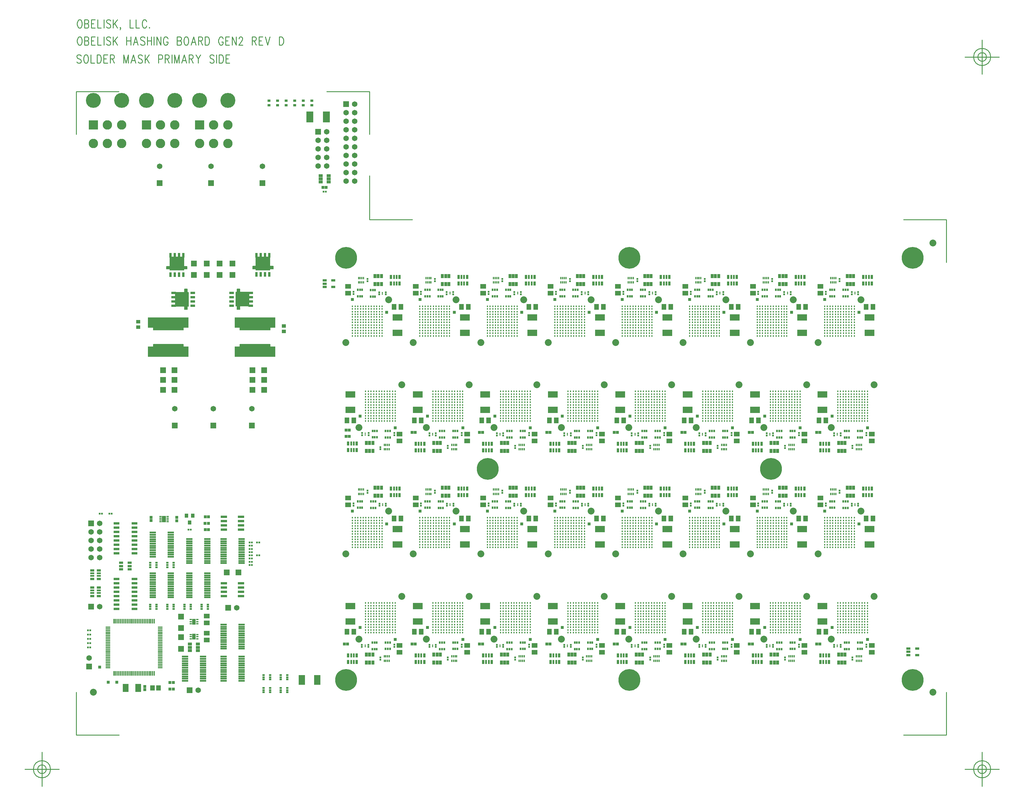
<source format=gbr>
*
*
G04 PADS 9.2 Build Number: 414666 generated Gerber (RS-274-X) file*
G04 PC Version=2.1*
*
%IN "SC1B_REVD_ARC.pcb"*%
*
%MOIN*%
*
%FSLAX24Y24*%
*
*
*
*
G04 PC Standard Apertures*
*
*
G04 Thermal Relief Aperture macro.*
%AMTER*
1,1,$1,0,0*
1,0,$1-$2,0,0*
21,0,$3,$4,0,0,45*
21,0,$3,$4,0,0,135*
%
*
*
G04 Annular Aperture macro.*
%AMANN*
1,1,$1,0,0*
1,0,$2,0,0*
%
*
*
G04 Odd Aperture macro.*
%AMODD*
1,1,$1,0,0*
1,0,$1-0.005,0,0*
%
*
*
G04 PC Custom Aperture Macros*
*
*
*
*
*
*
G04 PC Aperture Table*
*
%ADD010C,0.001*%
%ADD021R,0.065X0.065*%
%ADD022C,0.065*%
%ADD028C,0.01*%
%ADD032C,0.005*%
%ADD063C,0.008*%
%ADD067C,0.255*%
%ADD069R,0.045X0.043*%
%ADD071R,0.075X0.02*%
%ADD072R,0.075X0.029*%
%ADD075R,0.032X0.032*%
%ADD079C,0.08*%
%ADD083R,0.037X0.029*%
%ADD088R,0.045X0.029*%
%ADD089R,0.05X0.03*%
%ADD090R,0.035X0.035*%
%ADD093R,0.04X0.045*%
%ADD181R,0.017X0.027*%
%ADD183R,0.065X0.055*%
%ADD240R,0.021X0.023*%
%ADD242R,0.023X0.021*%
%ADD255R,0.053X0.063*%
%ADD313C,0.018*%
%ADD319R,0.115X0.075*%
%ADD320R,0.029X0.05*%
%ADD321R,0.022X0.05*%
%ADD323R,0.055X0.065*%
%ADD324R,0.02154X0.02862*%
%ADD325R,0.05X0.029*%
%ADD326R,0.05X0.022*%
%ADD328R,0.034X0.034*%
%ADD329R,0.068X0.095*%
%ADD330R,0.029X0.055*%
%ADD331R,0.055X0.029*%
%ADD332R,0.02862X0.02154*%
%ADD333R,0.065X0.029*%
%ADD334R,0.016X0.053*%
%ADD335R,0.053X0.016*%
%ADD336R,0.11X0.11*%
%ADD337C,0.11*%
%ADD338R,0.075X0.115*%
%ADD339R,0.025X0.017*%
%ADD340R,0.044X0.068*%
%ADD341R,0.031X0.017*%
%ADD342R,0.045X0.073*%
%ADD343R,0.477X0.122*%
%ADD344R,0.082X0.129*%
%ADD345R,0.017X0.015*%
%ADD346C,0.175*%
%ADD353R,0.033X0.045*%
%ADD354R,0.045X0.033*%
*
*
*
*
G04 PC Circuitry*
G04 Layer Name SC1B_REVD_ARC.pcb - circuitry*
%LPD*%
*
*
G04 PC Custom Flashes*
G04 Layer Name SC1B_REVD_ARC.pcb - flashes*
%LPD*%
*
*
G04 PC Circuitry*
G04 Layer Name SC1B_REVD_ARC.pcb - circuitry*
%LPD*%
*
G54D10*
G54D21*
G01X36750Y73762D03*
Y75112D03*
X38250Y73762D03*
Y75112D03*
X40575Y61500D03*
X41925D03*
X40575Y62650D03*
X41925D03*
X35250Y73762D03*
Y75112D03*
X33750Y73762D03*
Y75112D03*
X31475Y62650D03*
X30125D03*
X31475Y61500D03*
X30125D03*
X32250Y33850D03*
Y32500D03*
Y31425D03*
Y30075D03*
X48250Y90500D03*
X21750Y44750D03*
X29750Y84500D03*
X31500Y56187D03*
X41750Y84500D03*
X40500Y56187D03*
X36000D03*
X35750Y84500D03*
X33250Y25250D03*
X21500Y28000D03*
X21750Y35000D03*
X37750Y34875D03*
X38925Y39000D03*
X37575D03*
X31475Y60350D03*
X30125D03*
X40575D03*
X41925D03*
X51500Y93750D03*
G54D22*
X49250Y90500D03*
X48250Y89500D03*
X49250D03*
X48250Y88500D03*
X49250D03*
X48250Y87500D03*
X49250D03*
X48250Y86500D03*
X49250D03*
X22750Y44750D03*
X21750Y43750D03*
X22750D03*
X21750Y42750D03*
X22750D03*
X21750Y41750D03*
X22750D03*
X21750Y40750D03*
X22750D03*
X29750Y86468D03*
X31500Y58155D03*
X41750Y86468D03*
X40500Y58155D03*
X36000D03*
X35750Y86468D03*
X34250Y25250D03*
X21500Y29000D03*
X22750Y35000D03*
X38750Y34875D03*
X52500Y93750D03*
X51500Y92750D03*
X52500D03*
X51500Y91750D03*
X52500D03*
X51500Y90750D03*
X52500D03*
X51500Y89750D03*
X52500D03*
X51500Y88750D03*
X52500D03*
X51500Y87750D03*
X52500D03*
X51500Y86750D03*
X52500D03*
X51500Y85750D03*
X52500D03*
X51500Y84750D03*
X52500D03*
G54D28*
X20324Y101614D02*
X20256Y101567D01*
X20256D02*
X20188Y101473D01*
X20188D02*
X20154Y101380D01*
X20120Y101239*
Y101005*
X20154Y100864*
X20188Y100770*
X20188D02*
X20256Y100676D01*
X20256D02*
X20324Y100630D01*
X20324D02*
X20460D01*
X20460D02*
X20529Y100676D01*
X20529D02*
X20597Y100770D01*
X20597D02*
X20631Y100864D01*
X20665Y101005*
Y101239*
X20631Y101380*
X20597Y101473*
X20597D02*
X20529Y101567D01*
X20529D02*
X20460Y101614D01*
X20460D02*
X20324D01*
X20972D02*
Y100630D01*
Y101614D02*
X21279D01*
X21381Y101567*
X21381D02*
X21415Y101520D01*
X21415D02*
X21449Y101426D01*
X21449D02*
Y101333D01*
X21449D02*
X21415Y101239D01*
X21381Y101192*
X21381D02*
X21279Y101145D01*
X20972D02*
X21279D01*
X21279D02*
X21381Y101098D01*
X21381D02*
X21415Y101051D01*
X21415D02*
X21449Y100958D01*
X21449D02*
Y100817D01*
X21449D02*
X21415Y100723D01*
X21415D02*
X21381Y100676D01*
X21381D02*
X21279Y100630D01*
X20972*
X21756Y101614D02*
Y100630D01*
Y101614D02*
X22199D01*
X21756Y101145D02*
X22029D01*
X21756Y100630D02*
X22199D01*
X22506Y101614D02*
Y100630D01*
X22915*
X23222Y101614D02*
Y100630D01*
X24006Y101473D02*
X23938Y101567D01*
X23938D02*
X23835Y101614D01*
X23835D02*
X23699D01*
X23699D02*
X23597Y101567D01*
X23597D02*
X23529Y101473D01*
X23529D02*
Y101380D01*
X23563Y101286*
X23597Y101239*
X23665Y101192*
X23665D02*
X23870Y101098D01*
X23870D02*
X23938Y101051D01*
X23938D02*
X23972Y101005D01*
X24006Y100911*
Y100770*
X24006D02*
X23938Y100676D01*
X23938D02*
X23835Y100630D01*
X23835D02*
X23699D01*
X23699D02*
X23597Y100676D01*
X23597D02*
X23529Y100770D01*
X24313Y101614D02*
Y100630D01*
X24790Y101614D02*
X24313Y100958D01*
X24483Y101192D02*
X24790Y100630D01*
X25881Y101614D02*
Y100630D01*
X26358Y101614D02*
Y100630D01*
X25881Y101145D02*
X26358D01*
X26938Y101614D02*
X26665Y100630D01*
X26938Y101614D02*
X27210Y100630D01*
X26767Y100958D02*
X27108D01*
X27995Y101473D02*
X27926Y101567D01*
X27926D02*
X27824Y101614D01*
X27824D02*
X27688D01*
X27585Y101567*
X27585D02*
X27517Y101473D01*
X27517D02*
Y101380D01*
X27517D02*
X27551Y101286D01*
X27551D02*
X27585Y101239D01*
X27585D02*
X27654Y101192D01*
X27654D02*
X27858Y101098D01*
X27858D02*
X27926Y101051D01*
X27926D02*
X27960Y101005D01*
X27960D02*
X27995Y100911D01*
Y100770*
X27995D02*
X27926Y100676D01*
X27926D02*
X27824Y100630D01*
X27824D02*
X27688D01*
X27585Y100676*
X27585D02*
X27517Y100770D01*
X28301Y101614D02*
Y100630D01*
X28779Y101614D02*
Y100630D01*
X28301Y101145D02*
X28779D01*
X29085Y101614D02*
Y100630D01*
X29392Y101614D02*
Y100630D01*
Y101614D02*
X29870Y100630D01*
Y101614D02*
Y100630D01*
X30688Y101380D02*
X30654Y101473D01*
X30654D02*
X30585Y101567D01*
X30585D02*
X30517Y101614D01*
X30517D02*
X30381D01*
X30313Y101567*
X30313D02*
X30245Y101473D01*
X30245D02*
X30210Y101380D01*
X30210D02*
X30176Y101239D01*
X30176D02*
Y101005D01*
X30176D02*
X30210Y100864D01*
X30210D02*
X30245Y100770D01*
X30245D02*
X30313Y100676D01*
X30313D02*
X30381Y100630D01*
X30517*
X30517D02*
X30585Y100676D01*
X30585D02*
X30654Y100770D01*
X30654D02*
X30688Y100864D01*
Y101005*
X30517D02*
X30688D01*
X31779Y101614D02*
Y100630D01*
Y101614D02*
X32085D01*
X32085D02*
X32188Y101567D01*
X32188D02*
X32222Y101520D01*
X32222D02*
X32256Y101426D01*
X32256D02*
Y101333D01*
X32222Y101239*
X32188Y101192*
X32188D02*
X32085Y101145D01*
X31779D02*
X32085D01*
X32085D02*
X32188Y101098D01*
X32188D02*
X32222Y101051D01*
X32222D02*
X32256Y100958D01*
Y100817*
X32256D02*
X32222Y100723D01*
X32222D02*
X32188Y100676D01*
X32188D02*
X32085Y100630D01*
X32085D02*
X31779D01*
X32767Y101614D02*
X32699Y101567D01*
X32699D02*
X32631Y101473D01*
X32631D02*
X32597Y101380D01*
X32563Y101239*
Y101005*
X32597Y100864*
X32631Y100770*
X32631D02*
X32699Y100676D01*
X32699D02*
X32767Y100630D01*
X32767D02*
X32904D01*
X32972Y100676*
X32972D02*
X33040Y100770D01*
X33040D02*
X33074Y100864D01*
X33074D02*
X33108Y101005D01*
X33108D02*
Y101239D01*
X33108D02*
X33074Y101380D01*
X33074D02*
X33040Y101473D01*
X33040D02*
X32972Y101567D01*
X32972D02*
X32904Y101614D01*
X32767*
X33688D02*
X33415Y100630D01*
X33688Y101614D02*
X33960Y100630D01*
X33517Y100958D02*
X33858D01*
X34267Y101614D02*
Y100630D01*
Y101614D02*
X34574D01*
X34574D02*
X34676Y101567D01*
X34676D02*
X34710Y101520D01*
X34710D02*
X34745Y101426D01*
X34745D02*
Y101333D01*
X34710Y101239*
X34710D02*
X34676Y101192D01*
X34676D02*
X34574Y101145D01*
X34574D02*
X34267D01*
X34506D02*
X34745Y100630D01*
X35051Y101614D02*
Y100630D01*
Y101614D02*
X35290D01*
X35392Y101567*
X35392D02*
X35460Y101473D01*
X35460D02*
X35495Y101380D01*
X35529Y101239*
Y101005*
X35495Y100864*
X35460Y100770*
X35460D02*
X35392Y100676D01*
X35392D02*
X35290Y100630D01*
X35051*
X37131Y101380D02*
X37097Y101473D01*
X37097D02*
X37029Y101567D01*
X37029D02*
X36960Y101614D01*
X36960D02*
X36824D01*
X36824D02*
X36756Y101567D01*
X36756D02*
X36688Y101473D01*
X36688D02*
X36654Y101380D01*
X36620Y101239*
Y101005*
X36654Y100864*
X36688Y100770*
X36688D02*
X36756Y100676D01*
X36756D02*
X36824Y100630D01*
X36824D02*
X36960D01*
X36960D02*
X37029Y100676D01*
X37029D02*
X37097Y100770D01*
X37097D02*
X37131Y100864D01*
Y101005*
X36960D02*
X37131D01*
X37438Y101614D02*
Y100630D01*
Y101614D02*
X37881D01*
X37438Y101145D02*
X37710D01*
X37438Y100630D02*
X37881D01*
X38188Y101614D02*
Y100630D01*
Y101614D02*
X38665Y100630D01*
Y101614D02*
Y100630D01*
X39006Y101380D02*
Y101426D01*
X39006D02*
X39040Y101520D01*
X39040D02*
X39074Y101567D01*
X39074D02*
X39142Y101614D01*
X39142D02*
X39279D01*
X39347Y101567*
X39347D02*
X39381Y101520D01*
X39381D02*
X39415Y101426D01*
X39415D02*
Y101333D01*
X39381Y101239*
X39313Y101098*
X39313D02*
X38972Y100630D01*
X39449*
X40540Y101614D02*
Y100630D01*
Y101614D02*
X40847D01*
X40949Y101567*
X40949D02*
X40983Y101520D01*
X40983D02*
X41017Y101426D01*
X41017D02*
Y101333D01*
X41017D02*
X40983Y101239D01*
X40983D02*
X40949Y101192D01*
X40949D02*
X40847Y101145D01*
X40847D02*
X40540D01*
X40779D02*
X41017Y100630D01*
X41324Y101614D02*
Y100630D01*
Y101614D02*
X41767D01*
X41324Y101145D02*
X41597D01*
X41324Y100630D02*
X41767D01*
X42074Y101614D02*
X42347Y100630D01*
X42620Y101614D02*
X42347Y100630D01*
X43710Y101614D02*
Y100630D01*
Y101614D02*
X43949D01*
X43949D02*
X44051Y101567D01*
X44051D02*
X44120Y101473D01*
X44120D02*
X44154Y101380D01*
X44188Y101239*
Y101005*
X44154Y100864*
X44120Y100770*
X44120D02*
X44051Y100676D01*
X44051D02*
X43949Y100630D01*
X43949D02*
X43710D01*
X20324Y103614D02*
X20256Y103567D01*
X20256D02*
X20188Y103473D01*
X20188D02*
X20154Y103380D01*
X20120Y103239*
Y103005*
X20154Y102864*
X20188Y102770*
X20188D02*
X20256Y102676D01*
X20256D02*
X20324Y102630D01*
X20324D02*
X20460D01*
X20460D02*
X20529Y102676D01*
X20529D02*
X20597Y102770D01*
X20597D02*
X20631Y102864D01*
X20665Y103005*
Y103239*
X20631Y103380*
X20597Y103473*
X20597D02*
X20529Y103567D01*
X20529D02*
X20460Y103614D01*
X20460D02*
X20324D01*
X20972D02*
Y102630D01*
Y103614D02*
X21279D01*
X21381Y103567*
X21381D02*
X21415Y103520D01*
X21415D02*
X21449Y103426D01*
X21449D02*
Y103333D01*
X21449D02*
X21415Y103239D01*
X21381Y103192*
X21381D02*
X21279Y103145D01*
X20972D02*
X21279D01*
X21279D02*
X21381Y103098D01*
X21381D02*
X21415Y103051D01*
X21415D02*
X21449Y102958D01*
X21449D02*
Y102817D01*
X21449D02*
X21415Y102723D01*
X21415D02*
X21381Y102676D01*
X21381D02*
X21279Y102630D01*
X20972*
X21756Y103614D02*
Y102630D01*
Y103614D02*
X22199D01*
X21756Y103145D02*
X22029D01*
X21756Y102630D02*
X22199D01*
X22506Y103614D02*
Y102630D01*
X22915*
X23222Y103614D02*
Y102630D01*
X24006Y103473D02*
X23938Y103567D01*
X23938D02*
X23835Y103614D01*
X23835D02*
X23699D01*
X23699D02*
X23597Y103567D01*
X23597D02*
X23529Y103473D01*
X23529D02*
Y103380D01*
X23563Y103286*
X23597Y103239*
X23665Y103192*
X23665D02*
X23870Y103098D01*
X23870D02*
X23938Y103051D01*
X23938D02*
X23972Y103005D01*
X24006Y102911*
Y102770*
X24006D02*
X23938Y102676D01*
X23938D02*
X23835Y102630D01*
X23835D02*
X23699D01*
X23699D02*
X23597Y102676D01*
X23597D02*
X23529Y102770D01*
X24313Y103614D02*
Y102630D01*
X24790Y103614D02*
X24313Y102958D01*
X24483Y103192D02*
X24790Y102630D01*
X25165Y102676D02*
X25131Y102630D01*
X25097Y102676*
X25097D02*
X25131Y102723D01*
X25131D02*
X25165Y102676D01*
X25165D02*
Y102583D01*
X25131Y102489*
X25097Y102442*
X26256Y103614D02*
Y102630D01*
X26665*
X26972Y103614D02*
Y102630D01*
X27381*
X28199Y103380D02*
X28165Y103473D01*
X28165D02*
X28097Y103567D01*
X28097D02*
X28029Y103614D01*
X27892*
X27892D02*
X27824Y103567D01*
X27824D02*
X27756Y103473D01*
X27756D02*
X27722Y103380D01*
X27688Y103239*
Y103005*
X27722Y102864*
X27756Y102770*
X27756D02*
X27824Y102676D01*
X27824D02*
X27892Y102630D01*
X27892D02*
X28029D01*
X28097Y102676*
X28097D02*
X28165Y102770D01*
X28165D02*
X28199Y102864D01*
X28540Y102723D02*
X28506Y102676D01*
X28506D02*
X28540Y102630D01*
X28574Y102676*
X28574D02*
X28540Y102723D01*
X20557Y99368D02*
X20489Y99462D01*
X20489D02*
X20386Y99509D01*
X20386D02*
X20250D01*
X20148Y99462*
X20148D02*
X20080Y99368D01*
X20080D02*
Y99275D01*
X20114Y99181*
X20148Y99134*
X20216Y99087*
X20216D02*
X20420Y98993D01*
X20420D02*
X20489Y98946D01*
X20489D02*
X20523Y98900D01*
X20557Y98806*
Y98665*
X20557D02*
X20489Y98571D01*
X20489D02*
X20386Y98525D01*
X20386D02*
X20250D01*
X20148Y98571*
X20148D02*
X20080Y98665D01*
X21068Y99509D02*
X21000Y99462D01*
X21000D02*
X20932Y99368D01*
X20932D02*
X20898Y99275D01*
X20864Y99134*
Y98900*
X20898Y98759*
X20932Y98665*
X20932D02*
X21000Y98571D01*
X21000D02*
X21068Y98525D01*
X21068D02*
X21205D01*
X21273Y98571*
X21273D02*
X21341Y98665D01*
X21341D02*
X21375Y98759D01*
X21409Y98900*
X21409D02*
Y99134D01*
X21409D02*
X21375Y99275D01*
X21341Y99368*
X21341D02*
X21273Y99462D01*
X21273D02*
X21205Y99509D01*
X21068*
X21716D02*
Y98525D01*
X22125*
X22432Y99509D02*
Y98525D01*
Y99509D02*
X22670D01*
X22670D02*
X22773Y99462D01*
X22773D02*
X22841Y99368D01*
X22841D02*
X22875Y99275D01*
X22909Y99134*
X22909D02*
Y98900D01*
X22909D02*
X22875Y98759D01*
X22841Y98665*
X22841D02*
X22773Y98571D01*
X22773D02*
X22670Y98525D01*
X22670D02*
X22432D01*
X23216Y99509D02*
Y98525D01*
Y99509D02*
X23659D01*
X23216Y99040D02*
X23489D01*
X23216Y98525D02*
X23659D01*
X23966Y99509D02*
Y98525D01*
Y99509D02*
X24273D01*
X24375Y99462*
X24375D02*
X24409Y99415D01*
X24409D02*
X24443Y99321D01*
X24443D02*
Y99228D01*
X24443D02*
X24409Y99134D01*
X24409D02*
X24375Y99087D01*
X24375D02*
X24273Y99040D01*
X24273D02*
X23966D01*
X24205D02*
X24443Y98525D01*
X25534Y99509D02*
Y98525D01*
Y99509D02*
X25807Y98525D01*
X26080Y99509D02*
X25807Y98525D01*
X26080Y99509D02*
Y98525D01*
X26659Y99509D02*
X26386Y98525D01*
X26659Y99509D02*
X26932Y98525D01*
X26489Y98853D02*
X26830D01*
X27716Y99368D02*
X27648Y99462D01*
X27648D02*
X27545Y99509D01*
X27545D02*
X27409D01*
X27409D02*
X27307Y99462D01*
X27307D02*
X27239Y99368D01*
X27239D02*
Y99275D01*
X27273Y99181*
X27307Y99134*
X27375Y99087*
X27375D02*
X27580Y98993D01*
X27580D02*
X27648Y98946D01*
X27648D02*
X27682Y98900D01*
X27716Y98806*
Y98665*
X27716D02*
X27648Y98571D01*
X27648D02*
X27545Y98525D01*
X27545D02*
X27409D01*
X27409D02*
X27307Y98571D01*
X27307D02*
X27239Y98665D01*
X28023Y99509D02*
Y98525D01*
X28500Y99509D02*
X28023Y98853D01*
X28193Y99087D02*
X28500Y98525D01*
X29591Y99509D02*
Y98525D01*
Y99509D02*
X29898D01*
X30000Y99462*
X30000D02*
X30034Y99415D01*
X30034D02*
X30068Y99321D01*
X30068D02*
Y99181D01*
X30068D02*
X30034Y99087D01*
X30034D02*
X30000Y99040D01*
X30000D02*
X29898Y98993D01*
X29898D02*
X29591D01*
X30375Y99509D02*
Y98525D01*
Y99509D02*
X30682D01*
X30784Y99462*
X30784D02*
X30818Y99415D01*
X30818D02*
X30852Y99321D01*
X30852D02*
Y99228D01*
X30852D02*
X30818Y99134D01*
X30818D02*
X30784Y99087D01*
X30784D02*
X30682Y99040D01*
X30682D02*
X30375D01*
X30614D02*
X30852Y98525D01*
X31159Y99509D02*
Y98525D01*
X31466Y99509D02*
Y98525D01*
Y99509D02*
X31739Y98525D01*
X32011Y99509D02*
X31739Y98525D01*
X32011Y99509D02*
Y98525D01*
X32591Y99509D02*
X32318Y98525D01*
X32591Y99509D02*
X32864Y98525D01*
X32420Y98853D02*
X32761D01*
X33170Y99509D02*
Y98525D01*
Y99509D02*
X33477D01*
X33477D02*
X33580Y99462D01*
X33580D02*
X33614Y99415D01*
X33614D02*
X33648Y99321D01*
X33648D02*
Y99228D01*
X33614Y99134*
X33580Y99087*
X33580D02*
X33477Y99040D01*
X33477D02*
X33170D01*
X33409D02*
X33648Y98525D01*
X33955Y99509D02*
X34227Y99040D01*
X34227D02*
Y98525D01*
X34500Y99509D02*
X34227Y99040D01*
X36068Y99368D02*
X36000Y99462D01*
X36000D02*
X35898Y99509D01*
X35761*
X35761D02*
X35659Y99462D01*
X35659D02*
X35591Y99368D01*
X35591D02*
Y99275D01*
X35625Y99181*
X35659Y99134*
X35659D02*
X35727Y99087D01*
X35727D02*
X35932Y98993D01*
X35932D02*
X36000Y98946D01*
X36000D02*
X36034Y98900D01*
X36034D02*
X36068Y98806D01*
X36068D02*
Y98665D01*
X36068D02*
X36000Y98571D01*
X36000D02*
X35898Y98525D01*
X35761*
X35761D02*
X35659Y98571D01*
X35659D02*
X35591Y98665D01*
X36375Y99509D02*
Y98525D01*
X36682Y99509D02*
Y98525D01*
Y99509D02*
X36920D01*
X36920D02*
X37023Y99462D01*
X37023D02*
X37091Y99368D01*
X37091D02*
X37125Y99275D01*
X37159Y99134*
X37159D02*
Y98900D01*
X37159D02*
X37125Y98759D01*
X37091Y98665*
X37091D02*
X37023Y98571D01*
X37023D02*
X36920Y98525D01*
X36920D02*
X36682D01*
X37466Y99509D02*
Y98525D01*
Y99509D02*
X37909D01*
X37466Y99040D02*
X37739D01*
X37466Y98525D02*
X37909D01*
X25000Y20000D02*
X20000D01*
Y25000*
X59250Y80236D02*
X54250D01*
Y85375*
X49242Y95200D02*
X54251D01*
Y90202*
X116570Y80236D02*
X121570D01*
Y75250*
X20000Y90193D02*
Y95200D01*
X24965*
X121570Y25000D02*
Y20000D01*
X116570*
X126750Y99250D02*
G75*
G03X126750I-1000J0D01*
G01X126250D02*
G03X126250I-500J0D01*
G01X125750Y101250D02*
Y97250D01*
X123750Y99250D02*
X127750D01*
X126750Y16000D02*
G03X126750I-1000J0D01*
G01X126250D02*
G03X126250I-500J0D01*
G01X125750Y18000D02*
Y14000D01*
X123750Y16000D02*
X127750D01*
X17000D02*
G03X17000I-1000J0D01*
G01X16500D02*
G03X16500I-500J0D01*
G01X16000Y18000D02*
Y14000D01*
X14000Y16000D02*
X18000D01*
G54D32*
X40980Y75880D02*
Y74800D01*
X40600*
Y74470*
X40980*
Y74340*
X42610*
Y74470*
X43000*
Y74800*
X42610*
Y75880*
X40980*
X40600Y74470D02*
Y74800D01*
X40625Y74470D02*
Y74800D01*
X40650Y74470D02*
Y74800D01*
X40675Y74470D02*
Y74800D01*
X40700Y74470D02*
Y74800D01*
X40725Y74470D02*
Y74800D01*
X40750Y74470D02*
Y74800D01*
X40775Y74470D02*
Y74800D01*
X40800Y74470D02*
Y74800D01*
X40825Y74470D02*
Y74800D01*
X40850Y74470D02*
Y74800D01*
X40875Y74470D02*
Y74800D01*
X40900Y74470D02*
Y74800D01*
X40925Y74470D02*
Y74800D01*
X40950Y74470D02*
Y74800D01*
X40975Y74470D02*
Y74800D01*
X41000Y74340D02*
Y75880D01*
X41025Y74340D02*
Y75880D01*
X41050Y74340D02*
Y75880D01*
X41075Y74340D02*
Y75880D01*
X41100Y74340D02*
Y75880D01*
X41125Y74340D02*
Y75880D01*
X41150Y74340D02*
Y75880D01*
X41175Y74340D02*
Y75880D01*
X41200Y74340D02*
Y75880D01*
X41225Y74340D02*
Y75880D01*
X41250Y74340D02*
Y75880D01*
X41275Y74340D02*
Y75880D01*
X41300Y74340D02*
Y75880D01*
X41325Y74340D02*
Y75880D01*
X41350Y74340D02*
Y75880D01*
X41375Y74340D02*
Y75880D01*
X41400Y74340D02*
Y75880D01*
X41425Y74340D02*
Y75880D01*
X41450Y74340D02*
Y75880D01*
X41475Y74340D02*
Y75880D01*
X41500Y74340D02*
Y75880D01*
X41525Y74340D02*
Y75880D01*
X41550Y74340D02*
Y75880D01*
X41575Y74340D02*
Y75880D01*
X41600Y74340D02*
Y75880D01*
X41625Y74340D02*
Y75880D01*
X41650Y74340D02*
Y75880D01*
X41675Y74340D02*
Y75880D01*
X41700Y74340D02*
Y75880D01*
X41725Y74340D02*
Y75880D01*
X41750Y74340D02*
Y75880D01*
X41775Y74340D02*
Y75880D01*
X41800Y74340D02*
Y75880D01*
X41825Y74340D02*
Y75880D01*
X41850Y74340D02*
Y75880D01*
X41875Y74340D02*
Y75880D01*
X41900Y74340D02*
Y75880D01*
X41925Y74340D02*
Y75880D01*
X41950Y74340D02*
Y75880D01*
X41975Y74340D02*
Y75880D01*
X42000Y74340D02*
Y75880D01*
X42025Y74340D02*
Y75880D01*
X42050Y74340D02*
Y75880D01*
X42075Y74340D02*
Y75880D01*
X42100Y74340D02*
Y75880D01*
X42125Y74340D02*
Y75880D01*
X42150Y74340D02*
Y75880D01*
X42175Y74340D02*
Y75880D01*
X42200Y74340D02*
Y75880D01*
X42225Y74340D02*
Y75880D01*
X42250Y74340D02*
Y75880D01*
X42275Y74340D02*
Y75880D01*
X42300Y74340D02*
Y75880D01*
X42325Y74340D02*
Y75880D01*
X42350Y74340D02*
Y75880D01*
X42375Y74340D02*
Y75880D01*
X42400Y74340D02*
Y75880D01*
X42425Y74340D02*
Y75880D01*
X42450Y74340D02*
Y75880D01*
X42475Y74340D02*
Y75880D01*
X42500Y74340D02*
Y75880D01*
X42525Y74340D02*
Y75880D01*
X42550Y74340D02*
Y75880D01*
X42575Y74340D02*
Y75880D01*
X42600Y74340D02*
Y75880D01*
X42625Y74470D02*
Y74800D01*
X42650Y74470D02*
Y74800D01*
X42675Y74470D02*
Y74800D01*
X42700Y74470D02*
Y74800D01*
X42725Y74470D02*
Y74800D01*
X42750Y74470D02*
Y74800D01*
X42775Y74470D02*
Y74800D01*
X42800Y74470D02*
Y74800D01*
X42825Y74470D02*
Y74800D01*
X42850Y74470D02*
Y74800D01*
X42875Y74470D02*
Y74800D01*
X42900Y74470D02*
Y74800D01*
X42925Y74470D02*
Y74800D01*
X42950Y74470D02*
Y74800D01*
X42975Y74470D02*
Y74800D01*
X40180Y71757D02*
X39100D01*
Y72137*
X38770*
Y71757*
X38640*
Y70127*
X38770*
Y69737*
X39100*
Y70127*
X40180*
Y71757*
X38650Y70127D02*
Y71757D01*
X38675Y70127D02*
Y71757D01*
X38700Y70127D02*
Y71757D01*
X38725Y70127D02*
Y71757D01*
X38750Y70127D02*
Y71757D01*
X38775Y69737D02*
Y72137D01*
X38800Y69737D02*
Y72137D01*
X38825Y69737D02*
Y72137D01*
X38850Y69737D02*
Y72137D01*
X38875Y69737D02*
Y72137D01*
X38900Y69737D02*
Y72137D01*
X38925Y69737D02*
Y72137D01*
X38950Y69737D02*
Y72137D01*
X38975Y69737D02*
Y72137D01*
X39000Y69737D02*
Y72137D01*
X39025Y69737D02*
Y72137D01*
X39050Y69737D02*
Y72137D01*
X39075Y69737D02*
Y72137D01*
X39100Y70127D02*
Y71757D01*
X39125Y70127D02*
Y71757D01*
X39150Y70127D02*
Y71757D01*
X39175Y70127D02*
Y71757D01*
X39200Y70127D02*
Y71757D01*
X39225Y70127D02*
Y71757D01*
X39250Y70127D02*
Y71757D01*
X39275Y70127D02*
Y71757D01*
X39300Y70127D02*
Y71757D01*
X39325Y70127D02*
Y71757D01*
X39350Y70127D02*
Y71757D01*
X39375Y70127D02*
Y71757D01*
X39400Y70127D02*
Y71757D01*
X39425Y70127D02*
Y71757D01*
X39450Y70127D02*
Y71757D01*
X39475Y70127D02*
Y71757D01*
X39500Y70127D02*
Y71757D01*
X39525Y70127D02*
Y71757D01*
X39550Y70127D02*
Y71757D01*
X39575Y70127D02*
Y71757D01*
X39600Y70127D02*
Y71757D01*
X39625Y70127D02*
Y71757D01*
X39650Y70127D02*
Y71757D01*
X39675Y70127D02*
Y71757D01*
X39700Y70127D02*
Y71757D01*
X39725Y70127D02*
Y71757D01*
X39750Y70127D02*
Y71757D01*
X39775Y70127D02*
Y71757D01*
X39800Y70127D02*
Y71757D01*
X39825Y70127D02*
Y71757D01*
X39850Y70127D02*
Y71757D01*
X39875Y70127D02*
Y71757D01*
X39900Y70127D02*
Y71757D01*
X39925Y70127D02*
Y71757D01*
X39950Y70127D02*
Y71757D01*
X39975Y70127D02*
Y71757D01*
X40000Y70127D02*
Y71757D01*
X40025Y70127D02*
Y71757D01*
X40050Y70127D02*
Y71757D01*
X40075Y70127D02*
Y71757D01*
X40100Y70127D02*
Y71757D01*
X40125Y70127D02*
Y71757D01*
X40150Y70127D02*
Y71757D01*
X40175Y70127D02*
Y71757D01*
X30930Y75867D02*
Y74787D01*
X30550*
Y74457*
X30930*
Y74327*
X32560*
Y74457*
X32950*
Y74787*
X32560*
Y75867*
X30930*
X30550Y74457D02*
Y74787D01*
X30575Y74457D02*
Y74787D01*
X30600Y74457D02*
Y74787D01*
X30625Y74457D02*
Y74787D01*
X30650Y74457D02*
Y74787D01*
X30675Y74457D02*
Y74787D01*
X30700Y74457D02*
Y74787D01*
X30725Y74457D02*
Y74787D01*
X30750Y74457D02*
Y74787D01*
X30775Y74457D02*
Y74787D01*
X30800Y74457D02*
Y74787D01*
X30825Y74457D02*
Y74787D01*
X30850Y74457D02*
Y74787D01*
X30875Y74457D02*
Y74787D01*
X30900Y74457D02*
Y74787D01*
X30925Y74457D02*
Y74787D01*
X30950Y74327D02*
Y75867D01*
X30975Y74327D02*
Y75867D01*
X31000Y74327D02*
Y75867D01*
X31025Y74327D02*
Y75867D01*
X31050Y74327D02*
Y75867D01*
X31075Y74327D02*
Y75867D01*
X31100Y74327D02*
Y75867D01*
X31125Y74327D02*
Y75867D01*
X31150Y74327D02*
Y75867D01*
X31175Y74327D02*
Y75867D01*
X31200Y74327D02*
Y75867D01*
X31225Y74327D02*
Y75867D01*
X31250Y74327D02*
Y75867D01*
X31275Y74327D02*
Y75867D01*
X31300Y74327D02*
Y75867D01*
X31325Y74327D02*
Y75867D01*
X31350Y74327D02*
Y75867D01*
X31375Y74327D02*
Y75867D01*
X31400Y74327D02*
Y75867D01*
X31425Y74327D02*
Y75867D01*
X31450Y74327D02*
Y75867D01*
X31475Y74327D02*
Y75867D01*
X31500Y74327D02*
Y75867D01*
X31525Y74327D02*
Y75867D01*
X31550Y74327D02*
Y75867D01*
X31575Y74327D02*
Y75867D01*
X31600Y74327D02*
Y75867D01*
X31625Y74327D02*
Y75867D01*
X31650Y74327D02*
Y75867D01*
X31675Y74327D02*
Y75867D01*
X31700Y74327D02*
Y75867D01*
X31725Y74327D02*
Y75867D01*
X31750Y74327D02*
Y75867D01*
X31775Y74327D02*
Y75867D01*
X31800Y74327D02*
Y75867D01*
X31825Y74327D02*
Y75867D01*
X31850Y74327D02*
Y75867D01*
X31875Y74327D02*
Y75867D01*
X31900Y74327D02*
Y75867D01*
X31925Y74327D02*
Y75867D01*
X31950Y74327D02*
Y75867D01*
X31975Y74327D02*
Y75867D01*
X32000Y74327D02*
Y75867D01*
X32025Y74327D02*
Y75867D01*
X32050Y74327D02*
Y75867D01*
X32075Y74327D02*
Y75867D01*
X32100Y74327D02*
Y75867D01*
X32125Y74327D02*
Y75867D01*
X32150Y74327D02*
Y75867D01*
X32175Y74327D02*
Y75867D01*
X32200Y74327D02*
Y75867D01*
X32225Y74327D02*
Y75867D01*
X32250Y74327D02*
Y75867D01*
X32275Y74327D02*
Y75867D01*
X32300Y74327D02*
Y75867D01*
X32325Y74327D02*
Y75867D01*
X32350Y74327D02*
Y75867D01*
X32375Y74327D02*
Y75867D01*
X32400Y74327D02*
Y75867D01*
X32425Y74327D02*
Y75867D01*
X32450Y74327D02*
Y75867D01*
X32475Y74327D02*
Y75867D01*
X32500Y74327D02*
Y75867D01*
X32525Y74327D02*
Y75867D01*
X32550Y74327D02*
Y75867D01*
X32575Y74457D02*
Y74787D01*
X32600Y74457D02*
Y74787D01*
X32625Y74457D02*
Y74787D01*
X32650Y74457D02*
Y74787D01*
X32675Y74457D02*
Y74787D01*
X32700Y74457D02*
Y74787D01*
X32725Y74457D02*
Y74787D01*
X32750Y74457D02*
Y74787D01*
X32775Y74457D02*
Y74787D01*
X32800Y74457D02*
Y74787D01*
X32825Y74457D02*
Y74787D01*
X32850Y74457D02*
Y74787D01*
X32875Y74457D02*
Y74787D01*
X32900Y74457D02*
Y74787D01*
X32925Y74457D02*
Y74787D01*
X31570Y70117D02*
X32650D01*
Y69737*
X32980*
Y70117*
X33110*
Y71747*
X32980*
Y72137*
X32650*
Y71747*
X31570*
Y70117*
X31575D02*
Y71747D01*
X31600Y70117D02*
Y71747D01*
X31625Y70117D02*
Y71747D01*
X31650Y70117D02*
Y71747D01*
X31675Y70117D02*
Y71747D01*
X31700Y70117D02*
Y71747D01*
X31725Y70117D02*
Y71747D01*
X31750Y70117D02*
Y71747D01*
X31775Y70117D02*
Y71747D01*
X31800Y70117D02*
Y71747D01*
X31825Y70117D02*
Y71747D01*
X31850Y70117D02*
Y71747D01*
X31875Y70117D02*
Y71747D01*
X31900Y70117D02*
Y71747D01*
X31925Y70117D02*
Y71747D01*
X31950Y70117D02*
Y71747D01*
X31975Y70117D02*
Y71747D01*
X32000Y70117D02*
Y71747D01*
X32025Y70117D02*
Y71747D01*
X32050Y70117D02*
Y71747D01*
X32075Y70117D02*
Y71747D01*
X32100Y70117D02*
Y71747D01*
X32125Y70117D02*
Y71747D01*
X32150Y70117D02*
Y71747D01*
X32175Y70117D02*
Y71747D01*
X32200Y70117D02*
Y71747D01*
X32225Y70117D02*
Y71747D01*
X32250Y70117D02*
Y71747D01*
X32275Y70117D02*
Y71747D01*
X32300Y70117D02*
Y71747D01*
X32325Y70117D02*
Y71747D01*
X32350Y70117D02*
Y71747D01*
X32375Y70117D02*
Y71747D01*
X32400Y70117D02*
Y71747D01*
X32425Y70117D02*
Y71747D01*
X32450Y70117D02*
Y71747D01*
X32475Y70117D02*
Y71747D01*
X32500Y70117D02*
Y71747D01*
X32525Y70117D02*
Y71747D01*
X32550Y70117D02*
Y71747D01*
X32575Y70117D02*
Y71747D01*
X32600Y70117D02*
Y71747D01*
X32625Y70117D02*
Y71747D01*
X32650Y69737D02*
Y72137D01*
X32675Y69737D02*
Y72137D01*
X32700Y69737D02*
Y72137D01*
X32725Y69737D02*
Y72137D01*
X32750Y69737D02*
Y72137D01*
X32775Y69737D02*
Y72137D01*
X32800Y69737D02*
Y72137D01*
X32825Y69737D02*
Y72137D01*
X32850Y69737D02*
Y72137D01*
X32875Y69737D02*
Y72137D01*
X32900Y69737D02*
Y72137D01*
X32925Y69737D02*
Y72137D01*
X32950Y69737D02*
Y72137D01*
X32975Y69737D02*
Y72137D01*
X33000Y70117D02*
Y71747D01*
X33025Y70117D02*
Y71747D01*
X33050Y70117D02*
Y71747D01*
X33075Y70117D02*
Y71747D01*
X33100Y70117D02*
Y71747D01*
G54D63*
X32510Y67340D02*
Y67985D01*
X28990*
Y67340*
X32510*
X28990D02*
Y67985D01*
X29030Y67340D02*
Y67985D01*
X29070Y67340D02*
Y67985D01*
X29110Y67340D02*
Y67985D01*
X29150Y67340D02*
Y67985D01*
X29190Y67340D02*
Y67985D01*
X29230Y67340D02*
Y67985D01*
X29270Y67340D02*
Y67985D01*
X29310Y67340D02*
Y67985D01*
X29350Y67340D02*
Y67985D01*
X29390Y67340D02*
Y67985D01*
X29430Y67340D02*
Y67985D01*
X29470Y67340D02*
Y67985D01*
X29510Y67340D02*
Y67985D01*
X29550Y67340D02*
Y67985D01*
X29590Y67340D02*
Y67985D01*
X29630Y67340D02*
Y67985D01*
X29670Y67340D02*
Y67985D01*
X29710Y67340D02*
Y67985D01*
X29750Y67340D02*
Y67985D01*
X29790Y67340D02*
Y67985D01*
X29830Y67340D02*
Y67985D01*
X29870Y67340D02*
Y67985D01*
X29910Y67340D02*
Y67985D01*
X29950Y67340D02*
Y67985D01*
X29990Y67340D02*
Y67985D01*
X30030Y67340D02*
Y67985D01*
X30070Y67340D02*
Y67985D01*
X30110Y67340D02*
Y67985D01*
X30150Y67340D02*
Y67985D01*
X30190Y67340D02*
Y67985D01*
X30230Y67340D02*
Y67985D01*
X30270Y67340D02*
Y67985D01*
X30310Y67340D02*
Y67985D01*
X30350Y67340D02*
Y67985D01*
X30390Y67340D02*
Y67985D01*
X30430Y67340D02*
Y67985D01*
X30470Y67340D02*
Y67985D01*
X30510Y67340D02*
Y67985D01*
X30550Y67340D02*
Y67985D01*
X30590Y67340D02*
Y67985D01*
X30630Y67340D02*
Y67985D01*
X30670Y67340D02*
Y67985D01*
X30710Y67340D02*
Y67985D01*
X30750Y67340D02*
Y67985D01*
X30790Y67340D02*
Y67985D01*
X30830Y67340D02*
Y67985D01*
X30870Y67340D02*
Y67985D01*
X30910Y67340D02*
Y67985D01*
X30950Y67340D02*
Y67985D01*
X30990Y67340D02*
Y67985D01*
X31030Y67340D02*
Y67985D01*
X31070Y67340D02*
Y67985D01*
X31110Y67340D02*
Y67985D01*
X31150Y67340D02*
Y67985D01*
X31190Y67340D02*
Y67985D01*
X31230Y67340D02*
Y67985D01*
X31270Y67340D02*
Y67985D01*
X31310Y67340D02*
Y67985D01*
X31350Y67340D02*
Y67985D01*
X31390Y67340D02*
Y67985D01*
X31430Y67340D02*
Y67985D01*
X31470Y67340D02*
Y67985D01*
X31510Y67340D02*
Y67985D01*
X31550Y67340D02*
Y67985D01*
X31590Y67340D02*
Y67985D01*
X31630Y67340D02*
Y67985D01*
X31670Y67340D02*
Y67985D01*
X31710Y67340D02*
Y67985D01*
X31750Y67340D02*
Y67985D01*
X31790Y67340D02*
Y67985D01*
X31830Y67340D02*
Y67985D01*
X31870Y67340D02*
Y67985D01*
X31910Y67340D02*
Y67985D01*
X31950Y67340D02*
Y67985D01*
X31990Y67340D02*
Y67985D01*
X32030Y67340D02*
Y67985D01*
X32070Y67340D02*
Y67985D01*
X32110Y67340D02*
Y67985D01*
X32150Y67340D02*
Y67985D01*
X32190Y67340D02*
Y67985D01*
X32230Y67340D02*
Y67985D01*
X32270Y67340D02*
Y67985D01*
X32310Y67340D02*
Y67985D01*
X32350Y67340D02*
Y67985D01*
X32390Y67340D02*
Y67985D01*
X32430Y67340D02*
Y67985D01*
X32470Y67340D02*
Y67985D01*
X32510Y65115D02*
Y65660D01*
X28990*
Y65115*
X32510*
X28990D02*
Y65660D01*
X29030Y65115D02*
Y65660D01*
X29070Y65115D02*
Y65660D01*
X29110Y65115D02*
Y65660D01*
X29150Y65115D02*
Y65660D01*
X29190Y65115D02*
Y65660D01*
X29230Y65115D02*
Y65660D01*
X29270Y65115D02*
Y65660D01*
X29310Y65115D02*
Y65660D01*
X29350Y65115D02*
Y65660D01*
X29390Y65115D02*
Y65660D01*
X29430Y65115D02*
Y65660D01*
X29470Y65115D02*
Y65660D01*
X29510Y65115D02*
Y65660D01*
X29550Y65115D02*
Y65660D01*
X29590Y65115D02*
Y65660D01*
X29630Y65115D02*
Y65660D01*
X29670Y65115D02*
Y65660D01*
X29710Y65115D02*
Y65660D01*
X29750Y65115D02*
Y65660D01*
X29790Y65115D02*
Y65660D01*
X29830Y65115D02*
Y65660D01*
X29870Y65115D02*
Y65660D01*
X29910Y65115D02*
Y65660D01*
X29950Y65115D02*
Y65660D01*
X29990Y65115D02*
Y65660D01*
X30030Y65115D02*
Y65660D01*
X30070Y65115D02*
Y65660D01*
X30110Y65115D02*
Y65660D01*
X30150Y65115D02*
Y65660D01*
X30190Y65115D02*
Y65660D01*
X30230Y65115D02*
Y65660D01*
X30270Y65115D02*
Y65660D01*
X30310Y65115D02*
Y65660D01*
X30350Y65115D02*
Y65660D01*
X30390Y65115D02*
Y65660D01*
X30430Y65115D02*
Y65660D01*
X30470Y65115D02*
Y65660D01*
X30510Y65115D02*
Y65660D01*
X30550Y65115D02*
Y65660D01*
X30590Y65115D02*
Y65660D01*
X30630Y65115D02*
Y65660D01*
X30670Y65115D02*
Y65660D01*
X30710Y65115D02*
Y65660D01*
X30750Y65115D02*
Y65660D01*
X30790Y65115D02*
Y65660D01*
X30830Y65115D02*
Y65660D01*
X30870Y65115D02*
Y65660D01*
X30910Y65115D02*
Y65660D01*
X30950Y65115D02*
Y65660D01*
X30990Y65115D02*
Y65660D01*
X31030Y65115D02*
Y65660D01*
X31070Y65115D02*
Y65660D01*
X31110Y65115D02*
Y65660D01*
X31150Y65115D02*
Y65660D01*
X31190Y65115D02*
Y65660D01*
X31230Y65115D02*
Y65660D01*
X31270Y65115D02*
Y65660D01*
X31310Y65115D02*
Y65660D01*
X31350Y65115D02*
Y65660D01*
X31390Y65115D02*
Y65660D01*
X31430Y65115D02*
Y65660D01*
X31470Y65115D02*
Y65660D01*
X31510Y65115D02*
Y65660D01*
X31550Y65115D02*
Y65660D01*
X31590Y65115D02*
Y65660D01*
X31630Y65115D02*
Y65660D01*
X31670Y65115D02*
Y65660D01*
X31710Y65115D02*
Y65660D01*
X31750Y65115D02*
Y65660D01*
X31790Y65115D02*
Y65660D01*
X31830Y65115D02*
Y65660D01*
X31870Y65115D02*
Y65660D01*
X31910Y65115D02*
Y65660D01*
X31950Y65115D02*
Y65660D01*
X31990Y65115D02*
Y65660D01*
X32030Y65115D02*
Y65660D01*
X32070Y65115D02*
Y65660D01*
X32110Y65115D02*
Y65660D01*
X32150Y65115D02*
Y65660D01*
X32190Y65115D02*
Y65660D01*
X32230Y65115D02*
Y65660D01*
X32270Y65115D02*
Y65660D01*
X32310Y65115D02*
Y65660D01*
X32350Y65115D02*
Y65660D01*
X32390Y65115D02*
Y65660D01*
X32430Y65115D02*
Y65660D01*
X32470Y65115D02*
Y65660D01*
X42635Y67340D02*
Y67985D01*
X39115*
Y67340*
X42635*
X39115D02*
Y67985D01*
X39155Y67340D02*
Y67985D01*
X39195Y67340D02*
Y67985D01*
X39235Y67340D02*
Y67985D01*
X39275Y67340D02*
Y67985D01*
X39315Y67340D02*
Y67985D01*
X39355Y67340D02*
Y67985D01*
X39395Y67340D02*
Y67985D01*
X39435Y67340D02*
Y67985D01*
X39475Y67340D02*
Y67985D01*
X39515Y67340D02*
Y67985D01*
X39555Y67340D02*
Y67985D01*
X39595Y67340D02*
Y67985D01*
X39635Y67340D02*
Y67985D01*
X39675Y67340D02*
Y67985D01*
X39715Y67340D02*
Y67985D01*
X39755Y67340D02*
Y67985D01*
X39795Y67340D02*
Y67985D01*
X39835Y67340D02*
Y67985D01*
X39875Y67340D02*
Y67985D01*
X39915Y67340D02*
Y67985D01*
X39955Y67340D02*
Y67985D01*
X39995Y67340D02*
Y67985D01*
X40035Y67340D02*
Y67985D01*
X40075Y67340D02*
Y67985D01*
X40115Y67340D02*
Y67985D01*
X40155Y67340D02*
Y67985D01*
X40195Y67340D02*
Y67985D01*
X40235Y67340D02*
Y67985D01*
X40275Y67340D02*
Y67985D01*
X40315Y67340D02*
Y67985D01*
X40355Y67340D02*
Y67985D01*
X40395Y67340D02*
Y67985D01*
X40435Y67340D02*
Y67985D01*
X40475Y67340D02*
Y67985D01*
X40515Y67340D02*
Y67985D01*
X40555Y67340D02*
Y67985D01*
X40595Y67340D02*
Y67985D01*
X40635Y67340D02*
Y67985D01*
X40675Y67340D02*
Y67985D01*
X40715Y67340D02*
Y67985D01*
X40755Y67340D02*
Y67985D01*
X40795Y67340D02*
Y67985D01*
X40835Y67340D02*
Y67985D01*
X40875Y67340D02*
Y67985D01*
X40915Y67340D02*
Y67985D01*
X40955Y67340D02*
Y67985D01*
X40995Y67340D02*
Y67985D01*
X41035Y67340D02*
Y67985D01*
X41075Y67340D02*
Y67985D01*
X41115Y67340D02*
Y67985D01*
X41155Y67340D02*
Y67985D01*
X41195Y67340D02*
Y67985D01*
X41235Y67340D02*
Y67985D01*
X41275Y67340D02*
Y67985D01*
X41315Y67340D02*
Y67985D01*
X41355Y67340D02*
Y67985D01*
X41395Y67340D02*
Y67985D01*
X41435Y67340D02*
Y67985D01*
X41475Y67340D02*
Y67985D01*
X41515Y67340D02*
Y67985D01*
X41555Y67340D02*
Y67985D01*
X41595Y67340D02*
Y67985D01*
X41635Y67340D02*
Y67985D01*
X41675Y67340D02*
Y67985D01*
X41715Y67340D02*
Y67985D01*
X41755Y67340D02*
Y67985D01*
X41795Y67340D02*
Y67985D01*
X41835Y67340D02*
Y67985D01*
X41875Y67340D02*
Y67985D01*
X41915Y67340D02*
Y67985D01*
X41955Y67340D02*
Y67985D01*
X41995Y67340D02*
Y67985D01*
X42035Y67340D02*
Y67985D01*
X42075Y67340D02*
Y67985D01*
X42115Y67340D02*
Y67985D01*
X42155Y67340D02*
Y67985D01*
X42195Y67340D02*
Y67985D01*
X42235Y67340D02*
Y67985D01*
X42275Y67340D02*
Y67985D01*
X42315Y67340D02*
Y67985D01*
X42355Y67340D02*
Y67985D01*
X42395Y67340D02*
Y67985D01*
X42435Y67340D02*
Y67985D01*
X42475Y67340D02*
Y67985D01*
X42515Y67340D02*
Y67985D01*
X42555Y67340D02*
Y67985D01*
X42595Y67340D02*
Y67985D01*
X42635Y65115D02*
Y65660D01*
X39115*
Y65115*
X42635*
X39115D02*
Y65660D01*
X39155Y65115D02*
Y65660D01*
X39195Y65115D02*
Y65660D01*
X39235Y65115D02*
Y65660D01*
X39275Y65115D02*
Y65660D01*
X39315Y65115D02*
Y65660D01*
X39355Y65115D02*
Y65660D01*
X39395Y65115D02*
Y65660D01*
X39435Y65115D02*
Y65660D01*
X39475Y65115D02*
Y65660D01*
X39515Y65115D02*
Y65660D01*
X39555Y65115D02*
Y65660D01*
X39595Y65115D02*
Y65660D01*
X39635Y65115D02*
Y65660D01*
X39675Y65115D02*
Y65660D01*
X39715Y65115D02*
Y65660D01*
X39755Y65115D02*
Y65660D01*
X39795Y65115D02*
Y65660D01*
X39835Y65115D02*
Y65660D01*
X39875Y65115D02*
Y65660D01*
X39915Y65115D02*
Y65660D01*
X39955Y65115D02*
Y65660D01*
X39995Y65115D02*
Y65660D01*
X40035Y65115D02*
Y65660D01*
X40075Y65115D02*
Y65660D01*
X40115Y65115D02*
Y65660D01*
X40155Y65115D02*
Y65660D01*
X40195Y65115D02*
Y65660D01*
X40235Y65115D02*
Y65660D01*
X40275Y65115D02*
Y65660D01*
X40315Y65115D02*
Y65660D01*
X40355Y65115D02*
Y65660D01*
X40395Y65115D02*
Y65660D01*
X40435Y65115D02*
Y65660D01*
X40475Y65115D02*
Y65660D01*
X40515Y65115D02*
Y65660D01*
X40555Y65115D02*
Y65660D01*
X40595Y65115D02*
Y65660D01*
X40635Y65115D02*
Y65660D01*
X40675Y65115D02*
Y65660D01*
X40715Y65115D02*
Y65660D01*
X40755Y65115D02*
Y65660D01*
X40795Y65115D02*
Y65660D01*
X40835Y65115D02*
Y65660D01*
X40875Y65115D02*
Y65660D01*
X40915Y65115D02*
Y65660D01*
X40955Y65115D02*
Y65660D01*
X40995Y65115D02*
Y65660D01*
X41035Y65115D02*
Y65660D01*
X41075Y65115D02*
Y65660D01*
X41115Y65115D02*
Y65660D01*
X41155Y65115D02*
Y65660D01*
X41195Y65115D02*
Y65660D01*
X41235Y65115D02*
Y65660D01*
X41275Y65115D02*
Y65660D01*
X41315Y65115D02*
Y65660D01*
X41355Y65115D02*
Y65660D01*
X41395Y65115D02*
Y65660D01*
X41435Y65115D02*
Y65660D01*
X41475Y65115D02*
Y65660D01*
X41515Y65115D02*
Y65660D01*
X41555Y65115D02*
Y65660D01*
X41595Y65115D02*
Y65660D01*
X41635Y65115D02*
Y65660D01*
X41675Y65115D02*
Y65660D01*
X41715Y65115D02*
Y65660D01*
X41755Y65115D02*
Y65660D01*
X41795Y65115D02*
Y65660D01*
X41835Y65115D02*
Y65660D01*
X41875Y65115D02*
Y65660D01*
X41915Y65115D02*
Y65660D01*
X41955Y65115D02*
Y65660D01*
X41995Y65115D02*
Y65660D01*
X42035Y65115D02*
Y65660D01*
X42075Y65115D02*
Y65660D01*
X42115Y65115D02*
Y65660D01*
X42155Y65115D02*
Y65660D01*
X42195Y65115D02*
Y65660D01*
X42235Y65115D02*
Y65660D01*
X42275Y65115D02*
Y65660D01*
X42315Y65115D02*
Y65660D01*
X42355Y65115D02*
Y65660D01*
X42395Y65115D02*
Y65660D01*
X42435Y65115D02*
Y65660D01*
X42475Y65115D02*
Y65660D01*
X42515Y65115D02*
Y65660D01*
X42555Y65115D02*
Y65660D01*
X42595Y65115D02*
Y65660D01*
G54D67*
X51496Y26437D03*
X84566Y75767D03*
X117637D03*
X101102Y51102D03*
X68031D03*
X51496Y75767D03*
X84566Y26437D03*
X117637D03*
G54D69*
X27250Y67685D03*
Y68315D03*
X44250Y67185D03*
Y67815D03*
G54D71*
X28950Y38907D03*
Y38651D03*
Y38395D03*
Y38139D03*
Y37883D03*
Y37627D03*
Y37372D03*
Y37116D03*
Y36860D03*
Y36604D03*
Y36348D03*
Y36092D03*
X31050D03*
Y36348D03*
Y36604D03*
Y36860D03*
Y37116D03*
Y37372D03*
Y37627D03*
Y37883D03*
Y38139D03*
Y38395D03*
Y38651D03*
Y38907D03*
X28950Y43657D03*
Y43401D03*
Y43145D03*
Y42889D03*
Y42633D03*
Y42377D03*
Y42122D03*
Y41866D03*
Y41610D03*
Y41354D03*
Y41098D03*
Y40842D03*
X31050D03*
Y41098D03*
Y41354D03*
Y41610D03*
Y41866D03*
Y42122D03*
Y42377D03*
Y42633D03*
Y42889D03*
Y43145D03*
Y43401D03*
Y43657D03*
X37200Y32907D03*
Y32651D03*
Y32395D03*
Y32139D03*
Y31883D03*
Y31627D03*
Y31372D03*
Y31116D03*
Y30860D03*
Y30604D03*
Y30348D03*
Y30092D03*
X39300D03*
Y30348D03*
Y30604D03*
Y30860D03*
Y31116D03*
Y31372D03*
Y31627D03*
Y31883D03*
Y32139D03*
Y32395D03*
Y32651D03*
Y32907D03*
X37200Y42907D03*
Y42651D03*
Y42395D03*
Y42139D03*
Y41883D03*
Y41627D03*
Y41372D03*
Y41116D03*
Y40860D03*
Y40604D03*
Y40348D03*
Y40092D03*
X39300D03*
Y40348D03*
Y40604D03*
Y40860D03*
Y41116D03*
Y41372D03*
Y41627D03*
Y41883D03*
Y42139D03*
Y42395D03*
Y42651D03*
Y42907D03*
X37200Y29157D03*
Y28901D03*
Y28645D03*
Y28389D03*
Y28133D03*
Y27877D03*
Y27622D03*
Y27366D03*
Y27110D03*
Y26854D03*
Y26598D03*
Y26342D03*
X39300D03*
Y26598D03*
Y26854D03*
Y27110D03*
Y27366D03*
Y27622D03*
Y27877D03*
Y28133D03*
Y28389D03*
Y28645D03*
Y28901D03*
Y29157D03*
X33200Y42907D03*
Y42651D03*
Y42395D03*
Y42139D03*
Y41883D03*
Y41627D03*
Y41372D03*
Y41116D03*
Y40860D03*
Y40604D03*
Y40348D03*
Y40092D03*
X35300D03*
Y40348D03*
Y40604D03*
Y40860D03*
Y41116D03*
Y41372D03*
Y41627D03*
Y41883D03*
Y42139D03*
Y42395D03*
Y42651D03*
Y42907D03*
X32700Y29157D03*
Y28901D03*
Y28645D03*
Y28389D03*
Y28133D03*
Y27877D03*
Y27622D03*
Y27366D03*
Y27110D03*
Y26854D03*
Y26598D03*
Y26342D03*
X34800D03*
Y26598D03*
Y26854D03*
Y27110D03*
Y27366D03*
Y27622D03*
Y27877D03*
Y28133D03*
Y28389D03*
Y28645D03*
Y28901D03*
Y29157D03*
X33200Y38907D03*
Y38651D03*
Y38395D03*
Y38139D03*
Y37883D03*
Y37627D03*
Y37372D03*
Y37116D03*
Y36860D03*
Y36604D03*
Y36348D03*
Y36092D03*
X35300D03*
Y36348D03*
Y36604D03*
Y36860D03*
Y37116D03*
Y37372D03*
Y37627D03*
Y37883D03*
Y38139D03*
Y38395D03*
Y38651D03*
Y38907D03*
G54D72*
X37250Y37750D03*
Y37250D03*
Y36750D03*
Y36250D03*
X39250D03*
Y36750D03*
Y37250D03*
Y37750D03*
X37250Y45500D03*
Y45000D03*
Y44500D03*
Y44000D03*
X39250D03*
Y44500D03*
Y45000D03*
Y45500D03*
G54D75*
X28000Y25320D03*
Y25680D03*
X48820Y84000D03*
X49180D03*
X59555Y30625D03*
X59195D03*
X51680D03*
X51320D03*
X67430D03*
X67070D03*
X75305D03*
X74945D03*
X83180D03*
X82820D03*
X91055D03*
X90695D03*
X98930D03*
X98570D03*
X106805D03*
X106445D03*
X106805Y55375D03*
X106445D03*
X98930D03*
X98570D03*
X91055D03*
X90695D03*
X83180D03*
X82820D03*
X75305D03*
X74945D03*
X67430D03*
X67070D03*
X59555D03*
X59195D03*
X51880Y54900D03*
X51520D03*
X51880Y55625D03*
X51520D03*
X35070Y45500D03*
X35430D03*
X35070Y44000D03*
X35430D03*
X28750Y45430D03*
Y45070D03*
G54D79*
X82972Y41161D03*
X87972Y46161D03*
X89507Y36200D03*
X84507Y31200D03*
X90846Y41161D03*
X95846Y46161D03*
X97381Y36200D03*
X92381Y31200D03*
X98720Y41161D03*
X103720Y46161D03*
X105255Y36200D03*
X100255Y31200D03*
X106594Y41161D03*
X111594Y46161D03*
X113129Y36200D03*
X108129Y31200D03*
X106594Y65885D03*
X111594Y70885D03*
X113129Y60925D03*
X108129Y55925D03*
X98720Y65885D03*
X103720Y70885D03*
X51476Y41161D03*
X56476Y46161D03*
X105255Y60925D03*
X100255Y55925D03*
X90846Y65885D03*
X95846Y70885D03*
X97381Y60925D03*
X92381Y55925D03*
X82972Y65885D03*
X87972Y70885D03*
X89507Y60925D03*
X84507Y55925D03*
X75098Y65885D03*
X80098Y70885D03*
X81633Y60925D03*
X76633Y55925D03*
X67224Y65885D03*
X72224Y70885D03*
X73759Y60925D03*
X68759Y55925D03*
X59350Y65885D03*
X64350Y70885D03*
X58011Y36200D03*
X53011Y31200D03*
X65885Y60925D03*
X60885Y55925D03*
X51476Y65885D03*
X56476Y70885D03*
X58011Y60925D03*
X53011Y55925D03*
X59350Y41161D03*
X64350Y46161D03*
X65885Y36200D03*
X60885Y31200D03*
X67224Y41161D03*
X72224Y46161D03*
X73759Y36200D03*
X68759Y31200D03*
X75098Y41161D03*
X80098Y46161D03*
X81633Y36200D03*
X76633Y31200D03*
X120000Y77500D03*
Y25000D03*
X22000D03*
G54D83*
X47500Y94154D03*
Y93594D03*
X46500Y94154D03*
Y93594D03*
X45500Y94154D03*
Y93594D03*
X44500Y94154D03*
Y93594D03*
X43500Y94154D03*
Y93594D03*
X42500Y94154D03*
Y93594D03*
G54D88*
X117140Y30099D03*
Y29725D03*
Y29351D03*
X118160D03*
Y30099D03*
X48990Y73124D03*
Y72750D03*
Y72376D03*
X50010D03*
Y73124D03*
G54D89*
X25250Y40124D03*
Y39750D03*
Y39376D03*
X26250D03*
Y39750D03*
Y40124D03*
G54D90*
X83746Y46187D03*
X87746Y44687D03*
X88746Y31187D03*
X84621Y32562D03*
X91620Y46187D03*
X95620Y44687D03*
X96620Y31187D03*
X92495Y32562D03*
X99494Y46187D03*
X103494Y44687D03*
X104494Y31187D03*
X100369Y32562D03*
X107368Y46187D03*
X111368Y44687D03*
X112368Y31187D03*
X108243Y32562D03*
X107368Y70911D03*
X111368Y69411D03*
X112368Y55911D03*
X108243Y57286D03*
X99494Y70911D03*
X103494Y69411D03*
X52250Y46187D03*
X56250Y44687D03*
X104494Y55911D03*
X100369Y57286D03*
X91620Y70911D03*
X95620Y69411D03*
X96620Y55911D03*
X92495Y57286D03*
X83746Y70911D03*
X87746Y69411D03*
X88746Y55911D03*
X84621Y57286D03*
X75872Y70911D03*
X79872Y69411D03*
X80872Y55911D03*
X76747Y57286D03*
X67998Y70911D03*
X71998Y69411D03*
X72998Y55911D03*
X68873Y57286D03*
X60124Y70911D03*
X64124Y69411D03*
X57250Y31187D03*
X53125Y32562D03*
X65124Y55911D03*
X60999Y57286D03*
X52250Y70911D03*
X56250Y69411D03*
X57250Y55911D03*
X53125Y57286D03*
X60124Y46187D03*
X64124Y44687D03*
X65124Y31187D03*
X60999Y32562D03*
X67998Y46187D03*
X71998Y44687D03*
X72998Y31187D03*
X68873Y32562D03*
X75872Y46187D03*
X79872Y44687D03*
X80872Y31187D03*
X76747Y32562D03*
X22750Y27937D03*
X23750Y26187D03*
X24750D03*
G54D93*
X33620Y45650D03*
X32880D03*
X33250Y44850D03*
G54D181*
X55954Y53401D03*
X56151D03*
X56348D03*
X56545D03*
Y53921D03*
X56348D03*
X56151D03*
X55954D03*
X85041Y48697D03*
X84844D03*
X84647D03*
X84450D03*
Y48177D03*
X84647D03*
X84844D03*
X85041D03*
X87450Y28677D03*
X87647D03*
X87844D03*
X88041D03*
Y29197D03*
X87844D03*
X87647D03*
X87450D03*
X92915Y48697D03*
X92718D03*
X92521D03*
X92324D03*
Y48177D03*
X92521D03*
X92718D03*
X92915D03*
X95324Y28677D03*
X95521D03*
X95718D03*
X95915D03*
Y29197D03*
X95718D03*
X95521D03*
X95324D03*
X100789Y48697D03*
X100592D03*
X100395D03*
X100198D03*
Y48177D03*
X100395D03*
X100592D03*
X100789D03*
X103198Y28677D03*
X103395D03*
X103592D03*
X103789D03*
Y29197D03*
X103592D03*
X103395D03*
X103198D03*
X108663Y48697D03*
X108466D03*
X108269D03*
X108072D03*
Y48177D03*
X108269D03*
X108466D03*
X108663D03*
X111072Y28677D03*
X111269D03*
X111466D03*
X111663D03*
Y29197D03*
X111466D03*
X111269D03*
X111072D03*
X108663Y73421D03*
X108466D03*
X108269D03*
X108072D03*
Y72901D03*
X108269D03*
X108466D03*
X108663D03*
X111072Y53401D03*
X111269D03*
X111466D03*
X111663D03*
Y53921D03*
X111466D03*
X111269D03*
X111072D03*
X100789Y73421D03*
X100592D03*
X100395D03*
X100198D03*
Y72901D03*
X100395D03*
X100592D03*
X100789D03*
X103198Y53401D03*
X103395D03*
X103592D03*
X103789D03*
Y53921D03*
X103592D03*
X103395D03*
X103198D03*
X53545Y48697D03*
X53348D03*
X53151D03*
X52954D03*
Y48177D03*
X53151D03*
X53348D03*
X53545D03*
X92915Y73421D03*
X92718D03*
X92521D03*
X92324D03*
Y72901D03*
X92521D03*
X92718D03*
X92915D03*
X95324Y53401D03*
X95521D03*
X95718D03*
X95915D03*
Y53921D03*
X95718D03*
X95521D03*
X95324D03*
X85041Y73421D03*
X84844D03*
X84647D03*
X84450D03*
Y72901D03*
X84647D03*
X84844D03*
X85041D03*
X87450Y53401D03*
X87647D03*
X87844D03*
X88041D03*
Y53921D03*
X87844D03*
X87647D03*
X87450D03*
X77167Y73421D03*
X76970D03*
X76773D03*
X76576D03*
Y72901D03*
X76773D03*
X76970D03*
X77167D03*
X79576Y53401D03*
X79773D03*
X79970D03*
X80167D03*
Y53921D03*
X79970D03*
X79773D03*
X79576D03*
X69293Y73421D03*
X69096D03*
X68899D03*
X68702D03*
Y72901D03*
X68899D03*
X69096D03*
X69293D03*
X71702Y53401D03*
X71899D03*
X72096D03*
X72293D03*
Y53921D03*
X72096D03*
X71899D03*
X71702D03*
X61419Y73421D03*
X61222D03*
X61025D03*
X60828D03*
Y72901D03*
X61025D03*
X61222D03*
X61419D03*
X63828Y53401D03*
X64025D03*
X64222D03*
X64419D03*
Y53921D03*
X64222D03*
X64025D03*
X63828D03*
X55954Y28677D03*
X56151D03*
X56348D03*
X56545D03*
Y29197D03*
X56348D03*
X56151D03*
X55954D03*
X53545Y73421D03*
X53348D03*
X53151D03*
X52954D03*
Y72901D03*
X53151D03*
X53348D03*
X53545D03*
X61419Y48697D03*
X61222D03*
X61025D03*
X60828D03*
Y48177D03*
X61025D03*
X61222D03*
X61419D03*
X63828Y28677D03*
X64025D03*
X64222D03*
X64419D03*
Y29197D03*
X64222D03*
X64025D03*
X63828D03*
X69293Y48697D03*
X69096D03*
X68899D03*
X68702D03*
Y48177D03*
X68899D03*
X69096D03*
X69293D03*
X71702Y28677D03*
X71899D03*
X72096D03*
X72293D03*
Y29197D03*
X72096D03*
X71899D03*
X71702D03*
X77167Y48697D03*
X76970D03*
X76773D03*
X76576D03*
Y48177D03*
X76773D03*
X76970D03*
X77167D03*
X79576Y28677D03*
X79773D03*
X79970D03*
X80167D03*
Y29197D03*
X79970D03*
X79773D03*
X79576D03*
G54D183*
X83246Y47712D03*
Y46912D03*
X89246Y29662D03*
Y30462D03*
X91120Y47712D03*
Y46912D03*
X97120Y29662D03*
Y30462D03*
X98994Y47712D03*
Y46912D03*
X104994Y29662D03*
Y30462D03*
X106868Y47712D03*
Y46912D03*
X112868Y29662D03*
Y30462D03*
X106868Y72436D03*
Y71636D03*
X112868Y54386D03*
Y55186D03*
X98994Y72436D03*
Y71636D03*
X104994Y54386D03*
Y55186D03*
X51750Y47712D03*
Y46912D03*
X91120Y72436D03*
Y71636D03*
X97120Y54386D03*
Y55186D03*
X83246Y72436D03*
Y71636D03*
X89246Y54386D03*
Y55186D03*
X75372Y72436D03*
Y71636D03*
X81372Y54386D03*
Y55186D03*
X67498Y72436D03*
Y71636D03*
X73498Y54386D03*
Y55186D03*
X59624Y72436D03*
Y71636D03*
X65624Y54386D03*
Y55186D03*
X57750Y29662D03*
Y30462D03*
X51750Y72436D03*
Y71636D03*
X57750Y54386D03*
Y55186D03*
X59624Y47712D03*
Y46912D03*
X65624Y29662D03*
Y30462D03*
X67498Y47712D03*
Y46912D03*
X73498Y29662D03*
Y30462D03*
X75372Y47712D03*
Y46912D03*
X81372Y29662D03*
Y30462D03*
X35250Y33100D03*
Y33900D03*
Y31900D03*
Y31100D03*
G54D240*
X87650Y47055D03*
Y46795D03*
X84850Y30295D03*
Y30555D03*
X95525Y47055D03*
Y46795D03*
X92725Y30295D03*
Y30555D03*
X103400Y47055D03*
Y46795D03*
X100600Y30295D03*
Y30555D03*
X111275Y47055D03*
Y46795D03*
X108475Y30295D03*
Y30555D03*
X111275Y71780D03*
Y71520D03*
X108475Y55020D03*
Y55280D03*
X103400Y71780D03*
Y71520D03*
X56150Y47055D03*
Y46795D03*
X100600Y55020D03*
Y55280D03*
X95525Y71780D03*
Y71520D03*
X92725Y55020D03*
Y55280D03*
X87650Y71780D03*
Y71520D03*
X84850Y55020D03*
Y55280D03*
X79775Y71780D03*
Y71520D03*
X76975Y55020D03*
Y55280D03*
X71900Y71780D03*
Y71520D03*
X69100Y55020D03*
Y55280D03*
X64000Y71780D03*
Y71520D03*
X53350Y30295D03*
Y30555D03*
X61225Y55020D03*
Y55280D03*
X56125Y71755D03*
Y71495D03*
X53375Y55045D03*
Y55305D03*
X64025Y47055D03*
Y46795D03*
X61225Y30295D03*
Y30555D03*
X71900Y47055D03*
Y46795D03*
X69100Y30295D03*
Y30555D03*
X79775Y47055D03*
Y46795D03*
X76975Y30295D03*
Y30555D03*
X83871Y46807D03*
Y47067D03*
X86900Y47055D03*
Y46795D03*
X88621Y30567D03*
Y30307D03*
X85600Y30295D03*
Y30555D03*
X91745Y46807D03*
Y47067D03*
X94775Y47055D03*
Y46795D03*
X96495Y30567D03*
Y30307D03*
X93475Y30295D03*
Y30555D03*
X99619Y46807D03*
Y47067D03*
X102650Y47055D03*
Y46795D03*
X104369Y30567D03*
Y30307D03*
X101350Y30295D03*
Y30555D03*
X107493Y46807D03*
Y47067D03*
X110525Y47055D03*
Y46795D03*
X112243Y30567D03*
Y30307D03*
X109225Y30295D03*
Y30555D03*
X107493Y71531D03*
Y71791D03*
X110525Y71780D03*
Y71520D03*
X112243Y55291D03*
Y55031D03*
X109225Y55020D03*
Y55280D03*
X99619Y71531D03*
Y71791D03*
X102650Y71780D03*
Y71520D03*
X52375Y46807D03*
Y47067D03*
X55400Y47055D03*
Y46795D03*
X104369Y55291D03*
Y55031D03*
X101350Y55020D03*
Y55280D03*
X91745Y71531D03*
Y71791D03*
X94775Y71780D03*
Y71520D03*
X96495Y55291D03*
Y55031D03*
X93475Y55020D03*
Y55280D03*
X83871Y71531D03*
Y71791D03*
X86900Y71780D03*
Y71520D03*
X88621Y55291D03*
Y55031D03*
X85600Y55020D03*
Y55280D03*
X75997Y71531D03*
Y71791D03*
X79000Y71780D03*
Y71520D03*
X80747Y55291D03*
Y55031D03*
X77725Y55020D03*
Y55280D03*
X68123Y71531D03*
Y71791D03*
X71150Y71780D03*
Y71520D03*
X72873Y55291D03*
Y55031D03*
X69850Y55020D03*
Y55280D03*
X60249Y71531D03*
Y71791D03*
X63250Y71780D03*
Y71520D03*
X57125Y30567D03*
Y30307D03*
X54100Y30295D03*
Y30555D03*
X64999Y55291D03*
Y55031D03*
X61975Y55020D03*
Y55280D03*
X52375Y71531D03*
Y71791D03*
X55375Y71755D03*
Y71495D03*
X57125Y55291D03*
Y55031D03*
X54125Y55045D03*
Y55305D03*
X60249Y46807D03*
Y47067D03*
X63275Y47055D03*
Y46795D03*
X64999Y30567D03*
Y30307D03*
X61975Y30295D03*
Y30555D03*
X68123Y46807D03*
Y47067D03*
X71150Y47055D03*
Y46795D03*
X72873Y30567D03*
Y30307D03*
X69850Y30295D03*
Y30555D03*
X75997Y46807D03*
Y47067D03*
X79025Y47055D03*
Y46795D03*
X80747Y30567D03*
Y30307D03*
X77725Y30295D03*
Y30555D03*
X85496Y48307D03*
Y48567D03*
X86996Y29067D03*
Y28807D03*
X93370Y48307D03*
Y48567D03*
X94870Y29067D03*
Y28807D03*
X101244Y48307D03*
Y48567D03*
X102744Y29067D03*
Y28807D03*
X109118Y48307D03*
Y48567D03*
X110618Y29067D03*
Y28807D03*
X109118Y73031D03*
Y73291D03*
X110618Y53791D03*
Y53531D03*
X101244Y73031D03*
Y73291D03*
X54000Y48307D03*
Y48567D03*
X102744Y53791D03*
Y53531D03*
X93370Y73031D03*
Y73291D03*
X94870Y53791D03*
Y53531D03*
X85496Y73031D03*
Y73291D03*
X86996Y53791D03*
Y53531D03*
X77622Y73031D03*
Y73291D03*
X79122Y53791D03*
Y53531D03*
X69748Y73031D03*
Y73291D03*
X71248Y53791D03*
Y53531D03*
X61874Y73031D03*
Y73291D03*
X55500Y29067D03*
Y28807D03*
X63374Y53791D03*
Y53531D03*
X54000Y73031D03*
Y73291D03*
X55500Y53655D03*
Y53395D03*
X61874Y48307D03*
Y48567D03*
X63374Y29067D03*
Y28807D03*
X69748Y48307D03*
Y48567D03*
X71248Y29067D03*
Y28807D03*
X77622Y48307D03*
Y48567D03*
X79122Y29067D03*
Y28807D03*
G54D242*
X21630Y30250D03*
X21370D03*
X21630Y31750D03*
X21370D03*
X21630Y30750D03*
X21370D03*
X21630Y31250D03*
X21370D03*
X21630Y32250D03*
X21370D03*
X33120Y44000D03*
X33380D03*
X48870Y83500D03*
X49130D03*
X41380Y42500D03*
X41120D03*
X41380Y41000D03*
X41120D03*
X40245Y42500D03*
X40505D03*
X40245Y42125D03*
X40505D03*
X40245Y41375D03*
X40505D03*
X40245Y41750D03*
X40505D03*
X40245Y40625D03*
X40505D03*
X40245Y41000D03*
X40505D03*
X40245Y39875D03*
X40505D03*
X40245Y40250D03*
X40505D03*
X22745Y45875D03*
X23005D03*
X23870D03*
X24130D03*
G54D255*
X28910Y25500D03*
X29590D03*
G54D313*
X83740Y41929D03*
Y42244D03*
Y42559D03*
Y42874D03*
Y43189D03*
Y43503D03*
Y43818D03*
Y44133D03*
Y44448D03*
Y44763D03*
Y45078D03*
Y45393D03*
X84055Y41929D03*
Y42244D03*
Y42559D03*
Y42874D03*
Y43189D03*
Y43503D03*
Y43818D03*
Y44133D03*
Y44448D03*
Y44763D03*
Y45078D03*
Y45393D03*
X84370Y41929D03*
Y42244D03*
Y42559D03*
Y42874D03*
Y43189D03*
Y43503D03*
Y43818D03*
Y44133D03*
Y44448D03*
Y44763D03*
Y45078D03*
Y45393D03*
X84685Y41929D03*
Y42244D03*
Y42559D03*
Y42874D03*
Y43189D03*
Y43503D03*
Y43818D03*
Y44133D03*
Y44448D03*
Y44763D03*
Y45078D03*
Y45393D03*
X85000Y41929D03*
Y42244D03*
Y42559D03*
Y42874D03*
Y43189D03*
Y43503D03*
Y43818D03*
Y44133D03*
Y44448D03*
Y44763D03*
Y45078D03*
Y45393D03*
X85314Y41929D03*
Y42244D03*
Y42559D03*
Y42874D03*
Y43189D03*
Y43503D03*
Y43818D03*
Y44133D03*
Y44448D03*
Y44763D03*
Y45078D03*
Y45393D03*
X85629Y41929D03*
Y42244D03*
Y42559D03*
Y42874D03*
Y43189D03*
Y43503D03*
Y43818D03*
Y44133D03*
Y44448D03*
Y44763D03*
Y45078D03*
Y45393D03*
X85944Y41929D03*
Y42244D03*
Y42559D03*
Y42874D03*
Y43189D03*
Y43503D03*
Y43818D03*
Y44133D03*
Y44448D03*
Y44763D03*
Y45078D03*
Y45393D03*
X86259Y41929D03*
Y42244D03*
Y42559D03*
Y42874D03*
Y43189D03*
Y43503D03*
Y43818D03*
Y44133D03*
Y44448D03*
Y44763D03*
Y45078D03*
Y45393D03*
X86574Y41929D03*
Y42244D03*
Y42559D03*
Y42874D03*
Y43189D03*
Y43503D03*
Y43818D03*
Y44133D03*
Y44448D03*
Y44763D03*
Y45078D03*
Y45393D03*
X86889Y41929D03*
Y42244D03*
Y42559D03*
Y42874D03*
Y43189D03*
Y43503D03*
Y43818D03*
Y44133D03*
Y44448D03*
Y44763D03*
Y45078D03*
Y45393D03*
X87204Y41929D03*
Y42244D03*
Y42559D03*
Y42874D03*
Y43189D03*
Y43503D03*
Y43818D03*
Y44133D03*
Y44448D03*
Y44763D03*
Y45078D03*
Y45393D03*
X88740Y35433D03*
Y35118D03*
Y34803D03*
Y34488D03*
Y34173D03*
Y33858D03*
Y33543D03*
Y33228D03*
Y32913D03*
Y32598D03*
Y32283D03*
Y31968D03*
X88425Y35433D03*
Y35118D03*
Y34803D03*
Y34488D03*
Y34173D03*
Y33858D03*
Y33543D03*
Y33228D03*
Y32913D03*
Y32598D03*
Y32283D03*
Y31968D03*
X88110Y35433D03*
Y35118D03*
Y34803D03*
Y34488D03*
Y34173D03*
Y33858D03*
Y33543D03*
Y33228D03*
Y32913D03*
Y32598D03*
Y32283D03*
Y31968D03*
X87795Y35433D03*
Y35118D03*
Y34803D03*
Y34488D03*
Y34173D03*
Y33858D03*
Y33543D03*
Y33228D03*
Y32913D03*
Y32598D03*
Y32283D03*
Y31968D03*
X87480Y35433D03*
Y35118D03*
Y34803D03*
Y34488D03*
Y34173D03*
Y33858D03*
Y33543D03*
Y33228D03*
Y32913D03*
Y32598D03*
Y32283D03*
Y31968D03*
X87165Y35433D03*
Y35118D03*
Y34803D03*
Y34488D03*
Y34173D03*
Y33858D03*
Y33543D03*
Y33228D03*
Y32913D03*
Y32598D03*
Y32283D03*
Y31968D03*
X86850Y35433D03*
Y35118D03*
Y34803D03*
Y34488D03*
Y34173D03*
Y33858D03*
Y33543D03*
Y33228D03*
Y32913D03*
Y32598D03*
Y32283D03*
Y31968D03*
X86535Y35433D03*
Y35118D03*
Y34803D03*
Y34488D03*
Y34173D03*
Y33858D03*
Y33543D03*
Y33228D03*
Y32913D03*
Y32598D03*
Y32283D03*
Y31968D03*
X86220Y35433D03*
Y35118D03*
Y34803D03*
Y34488D03*
Y34173D03*
Y33858D03*
Y33543D03*
Y33228D03*
Y32913D03*
Y32598D03*
Y32283D03*
Y31968D03*
X85905Y35433D03*
Y35118D03*
Y34803D03*
Y34488D03*
Y34173D03*
Y33858D03*
Y33543D03*
Y33228D03*
Y32913D03*
Y32598D03*
Y32283D03*
Y31968D03*
X85590Y35433D03*
Y35118D03*
Y34803D03*
Y34488D03*
Y34173D03*
Y33858D03*
Y33543D03*
Y33228D03*
Y32913D03*
Y32598D03*
Y32283D03*
Y31968D03*
X85275Y35433D03*
Y35118D03*
Y34803D03*
Y34488D03*
Y34173D03*
Y33858D03*
Y33543D03*
Y33228D03*
Y32913D03*
Y32598D03*
Y32283D03*
Y31968D03*
X91614Y41929D03*
Y42244D03*
Y42559D03*
Y42874D03*
Y43189D03*
Y43503D03*
Y43818D03*
Y44133D03*
Y44448D03*
Y44763D03*
Y45078D03*
Y45393D03*
X91929Y41929D03*
Y42244D03*
Y42559D03*
Y42874D03*
Y43189D03*
Y43503D03*
Y43818D03*
Y44133D03*
Y44448D03*
Y44763D03*
Y45078D03*
Y45393D03*
X92244Y41929D03*
Y42244D03*
Y42559D03*
Y42874D03*
Y43189D03*
Y43503D03*
Y43818D03*
Y44133D03*
Y44448D03*
Y44763D03*
Y45078D03*
Y45393D03*
X92559Y41929D03*
Y42244D03*
Y42559D03*
Y42874D03*
Y43189D03*
Y43503D03*
Y43818D03*
Y44133D03*
Y44448D03*
Y44763D03*
Y45078D03*
Y45393D03*
X92874Y41929D03*
Y42244D03*
Y42559D03*
Y42874D03*
Y43189D03*
Y43503D03*
Y43818D03*
Y44133D03*
Y44448D03*
Y44763D03*
Y45078D03*
Y45393D03*
X93189Y41929D03*
Y42244D03*
Y42559D03*
Y42874D03*
Y43189D03*
Y43503D03*
Y43818D03*
Y44133D03*
Y44448D03*
Y44763D03*
Y45078D03*
Y45393D03*
X93504Y41929D03*
Y42244D03*
Y42559D03*
Y42874D03*
Y43189D03*
Y43503D03*
Y43818D03*
Y44133D03*
Y44448D03*
Y44763D03*
Y45078D03*
Y45393D03*
X93818Y41929D03*
Y42244D03*
Y42559D03*
Y42874D03*
Y43189D03*
Y43503D03*
Y43818D03*
Y44133D03*
Y44448D03*
Y44763D03*
Y45078D03*
Y45393D03*
X94133Y41929D03*
Y42244D03*
Y42559D03*
Y42874D03*
Y43189D03*
Y43503D03*
Y43818D03*
Y44133D03*
Y44448D03*
Y44763D03*
Y45078D03*
Y45393D03*
X94448Y41929D03*
Y42244D03*
Y42559D03*
Y42874D03*
Y43189D03*
Y43503D03*
Y43818D03*
Y44133D03*
Y44448D03*
Y44763D03*
Y45078D03*
Y45393D03*
X94763Y41929D03*
Y42244D03*
Y42559D03*
Y42874D03*
Y43189D03*
Y43503D03*
Y43818D03*
Y44133D03*
Y44448D03*
Y44763D03*
Y45078D03*
Y45393D03*
X95078Y41929D03*
Y42244D03*
Y42559D03*
Y42874D03*
Y43189D03*
Y43503D03*
Y43818D03*
Y44133D03*
Y44448D03*
Y44763D03*
Y45078D03*
Y45393D03*
X96614Y35433D03*
Y35118D03*
Y34803D03*
Y34488D03*
Y34173D03*
Y33858D03*
Y33543D03*
Y33228D03*
Y32913D03*
Y32598D03*
Y32283D03*
Y31968D03*
X96299Y35433D03*
Y35118D03*
Y34803D03*
Y34488D03*
Y34173D03*
Y33858D03*
Y33543D03*
Y33228D03*
Y32913D03*
Y32598D03*
Y32283D03*
Y31968D03*
X95984Y35433D03*
Y35118D03*
Y34803D03*
Y34488D03*
Y34173D03*
Y33858D03*
Y33543D03*
Y33228D03*
Y32913D03*
Y32598D03*
Y32283D03*
Y31968D03*
X95669Y35433D03*
Y35118D03*
Y34803D03*
Y34488D03*
Y34173D03*
Y33858D03*
Y33543D03*
Y33228D03*
Y32913D03*
Y32598D03*
Y32283D03*
Y31968D03*
X95354Y35433D03*
Y35118D03*
Y34803D03*
Y34488D03*
Y34173D03*
Y33858D03*
Y33543D03*
Y33228D03*
Y32913D03*
Y32598D03*
Y32283D03*
Y31968D03*
X95039Y35433D03*
Y35118D03*
Y34803D03*
Y34488D03*
Y34173D03*
Y33858D03*
Y33543D03*
Y33228D03*
Y32913D03*
Y32598D03*
Y32283D03*
Y31968D03*
X94724Y35433D03*
Y35118D03*
Y34803D03*
Y34488D03*
Y34173D03*
Y33858D03*
Y33543D03*
Y33228D03*
Y32913D03*
Y32598D03*
Y32283D03*
Y31968D03*
X94409Y35433D03*
Y35118D03*
Y34803D03*
Y34488D03*
Y34173D03*
Y33858D03*
Y33543D03*
Y33228D03*
Y32913D03*
Y32598D03*
Y32283D03*
Y31968D03*
X94094Y35433D03*
Y35118D03*
Y34803D03*
Y34488D03*
Y34173D03*
Y33858D03*
Y33543D03*
Y33228D03*
Y32913D03*
Y32598D03*
Y32283D03*
Y31968D03*
X93779Y35433D03*
Y35118D03*
Y34803D03*
Y34488D03*
Y34173D03*
Y33858D03*
Y33543D03*
Y33228D03*
Y32913D03*
Y32598D03*
Y32283D03*
Y31968D03*
X93464Y35433D03*
Y35118D03*
Y34803D03*
Y34488D03*
Y34173D03*
Y33858D03*
Y33543D03*
Y33228D03*
Y32913D03*
Y32598D03*
Y32283D03*
Y31968D03*
X93149Y35433D03*
Y35118D03*
Y34803D03*
Y34488D03*
Y34173D03*
Y33858D03*
Y33543D03*
Y33228D03*
Y32913D03*
Y32598D03*
Y32283D03*
Y31968D03*
X99488Y41929D03*
Y42244D03*
Y42559D03*
Y42874D03*
Y43189D03*
Y43503D03*
Y43818D03*
Y44133D03*
Y44448D03*
Y44763D03*
Y45078D03*
Y45393D03*
X99803Y41929D03*
Y42244D03*
Y42559D03*
Y42874D03*
Y43189D03*
Y43503D03*
Y43818D03*
Y44133D03*
Y44448D03*
Y44763D03*
Y45078D03*
Y45393D03*
X100118Y41929D03*
Y42244D03*
Y42559D03*
Y42874D03*
Y43189D03*
Y43503D03*
Y43818D03*
Y44133D03*
Y44448D03*
Y44763D03*
Y45078D03*
Y45393D03*
X100433Y41929D03*
Y42244D03*
Y42559D03*
Y42874D03*
Y43189D03*
Y43503D03*
Y43818D03*
Y44133D03*
Y44448D03*
Y44763D03*
Y45078D03*
Y45393D03*
X100748Y41929D03*
Y42244D03*
Y42559D03*
Y42874D03*
Y43189D03*
Y43503D03*
Y43818D03*
Y44133D03*
Y44448D03*
Y44763D03*
Y45078D03*
Y45393D03*
X101063Y41929D03*
Y42244D03*
Y42559D03*
Y42874D03*
Y43189D03*
Y43503D03*
Y43818D03*
Y44133D03*
Y44448D03*
Y44763D03*
Y45078D03*
Y45393D03*
X101378Y41929D03*
Y42244D03*
Y42559D03*
Y42874D03*
Y43189D03*
Y43503D03*
Y43818D03*
Y44133D03*
Y44448D03*
Y44763D03*
Y45078D03*
Y45393D03*
X101692Y41929D03*
Y42244D03*
Y42559D03*
Y42874D03*
Y43189D03*
Y43503D03*
Y43818D03*
Y44133D03*
Y44448D03*
Y44763D03*
Y45078D03*
Y45393D03*
X102007Y41929D03*
Y42244D03*
Y42559D03*
Y42874D03*
Y43189D03*
Y43503D03*
Y43818D03*
Y44133D03*
Y44448D03*
Y44763D03*
Y45078D03*
Y45393D03*
X102322Y41929D03*
Y42244D03*
Y42559D03*
Y42874D03*
Y43189D03*
Y43503D03*
Y43818D03*
Y44133D03*
Y44448D03*
Y44763D03*
Y45078D03*
Y45393D03*
X102637Y41929D03*
Y42244D03*
Y42559D03*
Y42874D03*
Y43189D03*
Y43503D03*
Y43818D03*
Y44133D03*
Y44448D03*
Y44763D03*
Y45078D03*
Y45393D03*
X102952Y41929D03*
Y42244D03*
Y42559D03*
Y42874D03*
Y43189D03*
Y43503D03*
Y43818D03*
Y44133D03*
Y44448D03*
Y44763D03*
Y45078D03*
Y45393D03*
X104488Y35433D03*
Y35118D03*
Y34803D03*
Y34488D03*
Y34173D03*
Y33858D03*
Y33543D03*
Y33228D03*
Y32913D03*
Y32598D03*
Y32283D03*
Y31968D03*
X104173Y35433D03*
Y35118D03*
Y34803D03*
Y34488D03*
Y34173D03*
Y33858D03*
Y33543D03*
Y33228D03*
Y32913D03*
Y32598D03*
Y32283D03*
Y31968D03*
X103858Y35433D03*
Y35118D03*
Y34803D03*
Y34488D03*
Y34173D03*
Y33858D03*
Y33543D03*
Y33228D03*
Y32913D03*
Y32598D03*
Y32283D03*
Y31968D03*
X103543Y35433D03*
Y35118D03*
Y34803D03*
Y34488D03*
Y34173D03*
Y33858D03*
Y33543D03*
Y33228D03*
Y32913D03*
Y32598D03*
Y32283D03*
Y31968D03*
X103228Y35433D03*
Y35118D03*
Y34803D03*
Y34488D03*
Y34173D03*
Y33858D03*
Y33543D03*
Y33228D03*
Y32913D03*
Y32598D03*
Y32283D03*
Y31968D03*
X102913Y35433D03*
Y35118D03*
Y34803D03*
Y34488D03*
Y34173D03*
Y33858D03*
Y33543D03*
Y33228D03*
Y32913D03*
Y32598D03*
Y32283D03*
Y31968D03*
X102598Y35433D03*
Y35118D03*
Y34803D03*
Y34488D03*
Y34173D03*
Y33858D03*
Y33543D03*
Y33228D03*
Y32913D03*
Y32598D03*
Y32283D03*
Y31968D03*
X102283Y35433D03*
Y35118D03*
Y34803D03*
Y34488D03*
Y34173D03*
Y33858D03*
Y33543D03*
Y33228D03*
Y32913D03*
Y32598D03*
Y32283D03*
Y31968D03*
X101968Y35433D03*
Y35118D03*
Y34803D03*
Y34488D03*
Y34173D03*
Y33858D03*
Y33543D03*
Y33228D03*
Y32913D03*
Y32598D03*
Y32283D03*
Y31968D03*
X101653Y35433D03*
Y35118D03*
Y34803D03*
Y34488D03*
Y34173D03*
Y33858D03*
Y33543D03*
Y33228D03*
Y32913D03*
Y32598D03*
Y32283D03*
Y31968D03*
X101338Y35433D03*
Y35118D03*
Y34803D03*
Y34488D03*
Y34173D03*
Y33858D03*
Y33543D03*
Y33228D03*
Y32913D03*
Y32598D03*
Y32283D03*
Y31968D03*
X101023Y35433D03*
Y35118D03*
Y34803D03*
Y34488D03*
Y34173D03*
Y33858D03*
Y33543D03*
Y33228D03*
Y32913D03*
Y32598D03*
Y32283D03*
Y31968D03*
X107362Y41929D03*
Y42244D03*
Y42559D03*
Y42874D03*
Y43189D03*
Y43503D03*
Y43818D03*
Y44133D03*
Y44448D03*
Y44763D03*
Y45078D03*
Y45393D03*
X107677Y41929D03*
Y42244D03*
Y42559D03*
Y42874D03*
Y43189D03*
Y43503D03*
Y43818D03*
Y44133D03*
Y44448D03*
Y44763D03*
Y45078D03*
Y45393D03*
X107992Y41929D03*
Y42244D03*
Y42559D03*
Y42874D03*
Y43189D03*
Y43503D03*
Y43818D03*
Y44133D03*
Y44448D03*
Y44763D03*
Y45078D03*
Y45393D03*
X108307Y41929D03*
Y42244D03*
Y42559D03*
Y42874D03*
Y43189D03*
Y43503D03*
Y43818D03*
Y44133D03*
Y44448D03*
Y44763D03*
Y45078D03*
Y45393D03*
X108622Y41929D03*
Y42244D03*
Y42559D03*
Y42874D03*
Y43189D03*
Y43503D03*
Y43818D03*
Y44133D03*
Y44448D03*
Y44763D03*
Y45078D03*
Y45393D03*
X108937Y41929D03*
Y42244D03*
Y42559D03*
Y42874D03*
Y43189D03*
Y43503D03*
Y43818D03*
Y44133D03*
Y44448D03*
Y44763D03*
Y45078D03*
Y45393D03*
X109252Y41929D03*
Y42244D03*
Y42559D03*
Y42874D03*
Y43189D03*
Y43503D03*
Y43818D03*
Y44133D03*
Y44448D03*
Y44763D03*
Y45078D03*
Y45393D03*
X109566Y41929D03*
Y42244D03*
Y42559D03*
Y42874D03*
Y43189D03*
Y43503D03*
Y43818D03*
Y44133D03*
Y44448D03*
Y44763D03*
Y45078D03*
Y45393D03*
X109881Y41929D03*
Y42244D03*
Y42559D03*
Y42874D03*
Y43189D03*
Y43503D03*
Y43818D03*
Y44133D03*
Y44448D03*
Y44763D03*
Y45078D03*
Y45393D03*
X110196Y41929D03*
Y42244D03*
Y42559D03*
Y42874D03*
Y43189D03*
Y43503D03*
Y43818D03*
Y44133D03*
Y44448D03*
Y44763D03*
Y45078D03*
Y45393D03*
X110511Y41929D03*
Y42244D03*
Y42559D03*
Y42874D03*
Y43189D03*
Y43503D03*
Y43818D03*
Y44133D03*
Y44448D03*
Y44763D03*
Y45078D03*
Y45393D03*
X110826Y41929D03*
Y42244D03*
Y42559D03*
Y42874D03*
Y43189D03*
Y43503D03*
Y43818D03*
Y44133D03*
Y44448D03*
Y44763D03*
Y45078D03*
Y45393D03*
X112362Y35433D03*
Y35118D03*
Y34803D03*
Y34488D03*
Y34173D03*
Y33858D03*
Y33543D03*
Y33228D03*
Y32913D03*
Y32598D03*
Y32283D03*
Y31968D03*
X112047Y35433D03*
Y35118D03*
Y34803D03*
Y34488D03*
Y34173D03*
Y33858D03*
Y33543D03*
Y33228D03*
Y32913D03*
Y32598D03*
Y32283D03*
Y31968D03*
X111732Y35433D03*
Y35118D03*
Y34803D03*
Y34488D03*
Y34173D03*
Y33858D03*
Y33543D03*
Y33228D03*
Y32913D03*
Y32598D03*
Y32283D03*
Y31968D03*
X111417Y35433D03*
Y35118D03*
Y34803D03*
Y34488D03*
Y34173D03*
Y33858D03*
Y33543D03*
Y33228D03*
Y32913D03*
Y32598D03*
Y32283D03*
Y31968D03*
X111102Y35433D03*
Y35118D03*
Y34803D03*
Y34488D03*
Y34173D03*
Y33858D03*
Y33543D03*
Y33228D03*
Y32913D03*
Y32598D03*
Y32283D03*
Y31968D03*
X110787Y35433D03*
Y35118D03*
Y34803D03*
Y34488D03*
Y34173D03*
Y33858D03*
Y33543D03*
Y33228D03*
Y32913D03*
Y32598D03*
Y32283D03*
Y31968D03*
X110472Y35433D03*
Y35118D03*
Y34803D03*
Y34488D03*
Y34173D03*
Y33858D03*
Y33543D03*
Y33228D03*
Y32913D03*
Y32598D03*
Y32283D03*
Y31968D03*
X110157Y35433D03*
Y35118D03*
Y34803D03*
Y34488D03*
Y34173D03*
Y33858D03*
Y33543D03*
Y33228D03*
Y32913D03*
Y32598D03*
Y32283D03*
Y31968D03*
X109842Y35433D03*
Y35118D03*
Y34803D03*
Y34488D03*
Y34173D03*
Y33858D03*
Y33543D03*
Y33228D03*
Y32913D03*
Y32598D03*
Y32283D03*
Y31968D03*
X109527Y35433D03*
Y35118D03*
Y34803D03*
Y34488D03*
Y34173D03*
Y33858D03*
Y33543D03*
Y33228D03*
Y32913D03*
Y32598D03*
Y32283D03*
Y31968D03*
X109212Y35433D03*
Y35118D03*
Y34803D03*
Y34488D03*
Y34173D03*
Y33858D03*
Y33543D03*
Y33228D03*
Y32913D03*
Y32598D03*
Y32283D03*
Y31968D03*
X108897Y35433D03*
Y35118D03*
Y34803D03*
Y34488D03*
Y34173D03*
Y33858D03*
Y33543D03*
Y33228D03*
Y32913D03*
Y32598D03*
Y32283D03*
Y31968D03*
X107362Y66653D03*
Y66968D03*
Y67283D03*
Y67598D03*
Y67913D03*
Y68228D03*
Y68543D03*
Y68858D03*
Y69173D03*
Y69488D03*
Y69803D03*
Y70118D03*
X107677Y66653D03*
Y66968D03*
Y67283D03*
Y67598D03*
Y67913D03*
Y68228D03*
Y68543D03*
Y68858D03*
Y69173D03*
Y69488D03*
Y69803D03*
Y70118D03*
X107992Y66653D03*
Y66968D03*
Y67283D03*
Y67598D03*
Y67913D03*
Y68228D03*
Y68543D03*
Y68858D03*
Y69173D03*
Y69488D03*
Y69803D03*
Y70118D03*
X108307Y66653D03*
Y66968D03*
Y67283D03*
Y67598D03*
Y67913D03*
Y68228D03*
Y68543D03*
Y68858D03*
Y69173D03*
Y69488D03*
Y69803D03*
Y70118D03*
X108622Y66653D03*
Y66968D03*
Y67283D03*
Y67598D03*
Y67913D03*
Y68228D03*
Y68543D03*
Y68858D03*
Y69173D03*
Y69488D03*
Y69803D03*
Y70118D03*
X108937Y66653D03*
Y66968D03*
Y67283D03*
Y67598D03*
Y67913D03*
Y68228D03*
Y68543D03*
Y68858D03*
Y69173D03*
Y69488D03*
Y69803D03*
Y70118D03*
X109252Y66653D03*
Y66968D03*
Y67283D03*
Y67598D03*
Y67913D03*
Y68228D03*
Y68543D03*
Y68858D03*
Y69173D03*
Y69488D03*
Y69803D03*
Y70118D03*
X109566Y66653D03*
Y66968D03*
Y67283D03*
Y67598D03*
Y67913D03*
Y68228D03*
Y68543D03*
Y68858D03*
Y69173D03*
Y69488D03*
Y69803D03*
Y70118D03*
X109881Y66653D03*
Y66968D03*
Y67283D03*
Y67598D03*
Y67913D03*
Y68228D03*
Y68543D03*
Y68858D03*
Y69173D03*
Y69488D03*
Y69803D03*
Y70118D03*
X110196Y66653D03*
Y66968D03*
Y67283D03*
Y67598D03*
Y67913D03*
Y68228D03*
Y68543D03*
Y68858D03*
Y69173D03*
Y69488D03*
Y69803D03*
Y70118D03*
X110511Y66653D03*
Y66968D03*
Y67283D03*
Y67598D03*
Y67913D03*
Y68228D03*
Y68543D03*
Y68858D03*
Y69173D03*
Y69488D03*
Y69803D03*
Y70118D03*
X110826Y66653D03*
Y66968D03*
Y67283D03*
Y67598D03*
Y67913D03*
Y68228D03*
Y68543D03*
Y68858D03*
Y69173D03*
Y69488D03*
Y69803D03*
Y70118D03*
X112362Y60157D03*
Y59842D03*
Y59527D03*
Y59212D03*
Y58897D03*
Y58582D03*
Y58267D03*
Y57952D03*
Y57637D03*
Y57322D03*
Y57007D03*
Y56692D03*
X112047Y60157D03*
Y59842D03*
Y59527D03*
Y59212D03*
Y58897D03*
Y58582D03*
Y58267D03*
Y57952D03*
Y57637D03*
Y57322D03*
Y57007D03*
Y56692D03*
X111732Y60157D03*
Y59842D03*
Y59527D03*
Y59212D03*
Y58897D03*
Y58582D03*
Y58267D03*
Y57952D03*
Y57637D03*
Y57322D03*
Y57007D03*
Y56692D03*
X111417Y60157D03*
Y59842D03*
Y59527D03*
Y59212D03*
Y58897D03*
Y58582D03*
Y58267D03*
Y57952D03*
Y57637D03*
Y57322D03*
Y57007D03*
Y56692D03*
X111102Y60157D03*
Y59842D03*
Y59527D03*
Y59212D03*
Y58897D03*
Y58582D03*
Y58267D03*
Y57952D03*
Y57637D03*
Y57322D03*
Y57007D03*
Y56692D03*
X110787Y60157D03*
Y59842D03*
Y59527D03*
Y59212D03*
Y58897D03*
Y58582D03*
Y58267D03*
Y57952D03*
Y57637D03*
Y57322D03*
Y57007D03*
Y56692D03*
X110472Y60157D03*
Y59842D03*
Y59527D03*
Y59212D03*
Y58897D03*
Y58582D03*
Y58267D03*
Y57952D03*
Y57637D03*
Y57322D03*
Y57007D03*
Y56692D03*
X110157Y60157D03*
Y59842D03*
Y59527D03*
Y59212D03*
Y58897D03*
Y58582D03*
Y58267D03*
Y57952D03*
Y57637D03*
Y57322D03*
Y57007D03*
Y56692D03*
X109842Y60157D03*
Y59842D03*
Y59527D03*
Y59212D03*
Y58897D03*
Y58582D03*
Y58267D03*
Y57952D03*
Y57637D03*
Y57322D03*
Y57007D03*
Y56692D03*
X109527Y60157D03*
Y59842D03*
Y59527D03*
Y59212D03*
Y58897D03*
Y58582D03*
Y58267D03*
Y57952D03*
Y57637D03*
Y57322D03*
Y57007D03*
Y56692D03*
X109212Y60157D03*
Y59842D03*
Y59527D03*
Y59212D03*
Y58897D03*
Y58582D03*
Y58267D03*
Y57952D03*
Y57637D03*
Y57322D03*
Y57007D03*
Y56692D03*
X108897Y60157D03*
Y59842D03*
Y59527D03*
Y59212D03*
Y58897D03*
Y58582D03*
Y58267D03*
Y57952D03*
Y57637D03*
Y57322D03*
Y57007D03*
Y56692D03*
X99488Y66653D03*
Y66968D03*
Y67283D03*
Y67598D03*
Y67913D03*
Y68228D03*
Y68543D03*
Y68858D03*
Y69173D03*
Y69488D03*
Y69803D03*
Y70118D03*
X99803Y66653D03*
Y66968D03*
Y67283D03*
Y67598D03*
Y67913D03*
Y68228D03*
Y68543D03*
Y68858D03*
Y69173D03*
Y69488D03*
Y69803D03*
Y70118D03*
X100118Y66653D03*
Y66968D03*
Y67283D03*
Y67598D03*
Y67913D03*
Y68228D03*
Y68543D03*
Y68858D03*
Y69173D03*
Y69488D03*
Y69803D03*
Y70118D03*
X100433Y66653D03*
Y66968D03*
Y67283D03*
Y67598D03*
Y67913D03*
Y68228D03*
Y68543D03*
Y68858D03*
Y69173D03*
Y69488D03*
Y69803D03*
Y70118D03*
X100748Y66653D03*
Y66968D03*
Y67283D03*
Y67598D03*
Y67913D03*
Y68228D03*
Y68543D03*
Y68858D03*
Y69173D03*
Y69488D03*
Y69803D03*
Y70118D03*
X101063Y66653D03*
Y66968D03*
Y67283D03*
Y67598D03*
Y67913D03*
Y68228D03*
Y68543D03*
Y68858D03*
Y69173D03*
Y69488D03*
Y69803D03*
Y70118D03*
X101378Y66653D03*
Y66968D03*
Y67283D03*
Y67598D03*
Y67913D03*
Y68228D03*
Y68543D03*
Y68858D03*
Y69173D03*
Y69488D03*
Y69803D03*
Y70118D03*
X101692Y66653D03*
Y66968D03*
Y67283D03*
Y67598D03*
Y67913D03*
Y68228D03*
Y68543D03*
Y68858D03*
Y69173D03*
Y69488D03*
Y69803D03*
Y70118D03*
X102007Y66653D03*
Y66968D03*
Y67283D03*
Y67598D03*
Y67913D03*
Y68228D03*
Y68543D03*
Y68858D03*
Y69173D03*
Y69488D03*
Y69803D03*
Y70118D03*
X102322Y66653D03*
Y66968D03*
Y67283D03*
Y67598D03*
Y67913D03*
Y68228D03*
Y68543D03*
Y68858D03*
Y69173D03*
Y69488D03*
Y69803D03*
Y70118D03*
X102637Y66653D03*
Y66968D03*
Y67283D03*
Y67598D03*
Y67913D03*
Y68228D03*
Y68543D03*
Y68858D03*
Y69173D03*
Y69488D03*
Y69803D03*
Y70118D03*
X102952Y66653D03*
Y66968D03*
Y67283D03*
Y67598D03*
Y67913D03*
Y68228D03*
Y68543D03*
Y68858D03*
Y69173D03*
Y69488D03*
Y69803D03*
Y70118D03*
X52244Y41929D03*
Y42244D03*
Y42559D03*
Y42874D03*
Y43189D03*
Y43503D03*
Y43818D03*
Y44133D03*
Y44448D03*
Y44763D03*
Y45078D03*
Y45393D03*
X52559Y41929D03*
Y42244D03*
Y42559D03*
Y42874D03*
Y43189D03*
Y43503D03*
Y43818D03*
Y44133D03*
Y44448D03*
Y44763D03*
Y45078D03*
Y45393D03*
X52874Y41929D03*
Y42244D03*
Y42559D03*
Y42874D03*
Y43189D03*
Y43503D03*
Y43818D03*
Y44133D03*
Y44448D03*
Y44763D03*
Y45078D03*
Y45393D03*
X53189Y41929D03*
Y42244D03*
Y42559D03*
Y42874D03*
Y43189D03*
Y43503D03*
Y43818D03*
Y44133D03*
Y44448D03*
Y44763D03*
Y45078D03*
Y45393D03*
X53504Y41929D03*
Y42244D03*
Y42559D03*
Y42874D03*
Y43189D03*
Y43503D03*
Y43818D03*
Y44133D03*
Y44448D03*
Y44763D03*
Y45078D03*
Y45393D03*
X53818Y41929D03*
Y42244D03*
Y42559D03*
Y42874D03*
Y43189D03*
Y43503D03*
Y43818D03*
Y44133D03*
Y44448D03*
Y44763D03*
Y45078D03*
Y45393D03*
X54133Y41929D03*
Y42244D03*
Y42559D03*
Y42874D03*
Y43189D03*
Y43503D03*
Y43818D03*
Y44133D03*
Y44448D03*
Y44763D03*
Y45078D03*
Y45393D03*
X54448Y41929D03*
Y42244D03*
Y42559D03*
Y42874D03*
Y43189D03*
Y43503D03*
Y43818D03*
Y44133D03*
Y44448D03*
Y44763D03*
Y45078D03*
Y45393D03*
X54763Y41929D03*
Y42244D03*
Y42559D03*
Y42874D03*
Y43189D03*
Y43503D03*
Y43818D03*
Y44133D03*
Y44448D03*
Y44763D03*
Y45078D03*
Y45393D03*
X55078Y41929D03*
Y42244D03*
Y42559D03*
Y42874D03*
Y43189D03*
Y43503D03*
Y43818D03*
Y44133D03*
Y44448D03*
Y44763D03*
Y45078D03*
Y45393D03*
X55393Y41929D03*
Y42244D03*
Y42559D03*
Y42874D03*
Y43189D03*
Y43503D03*
Y43818D03*
Y44133D03*
Y44448D03*
Y44763D03*
Y45078D03*
Y45393D03*
X55708Y41929D03*
Y42244D03*
Y42559D03*
Y42874D03*
Y43189D03*
Y43503D03*
Y43818D03*
Y44133D03*
Y44448D03*
Y44763D03*
Y45078D03*
Y45393D03*
X104488Y60157D03*
Y59842D03*
Y59527D03*
Y59212D03*
Y58897D03*
Y58582D03*
Y58267D03*
Y57952D03*
Y57637D03*
Y57322D03*
Y57007D03*
Y56692D03*
X104173Y60157D03*
Y59842D03*
Y59527D03*
Y59212D03*
Y58897D03*
Y58582D03*
Y58267D03*
Y57952D03*
Y57637D03*
Y57322D03*
Y57007D03*
Y56692D03*
X103858Y60157D03*
Y59842D03*
Y59527D03*
Y59212D03*
Y58897D03*
Y58582D03*
Y58267D03*
Y57952D03*
Y57637D03*
Y57322D03*
Y57007D03*
Y56692D03*
X103543Y60157D03*
Y59842D03*
Y59527D03*
Y59212D03*
Y58897D03*
Y58582D03*
Y58267D03*
Y57952D03*
Y57637D03*
Y57322D03*
Y57007D03*
Y56692D03*
X103228Y60157D03*
Y59842D03*
Y59527D03*
Y59212D03*
Y58897D03*
Y58582D03*
Y58267D03*
Y57952D03*
Y57637D03*
Y57322D03*
Y57007D03*
Y56692D03*
X102913Y60157D03*
Y59842D03*
Y59527D03*
Y59212D03*
Y58897D03*
Y58582D03*
Y58267D03*
Y57952D03*
Y57637D03*
Y57322D03*
Y57007D03*
Y56692D03*
X102598Y60157D03*
Y59842D03*
Y59527D03*
Y59212D03*
Y58897D03*
Y58582D03*
Y58267D03*
Y57952D03*
Y57637D03*
Y57322D03*
Y57007D03*
Y56692D03*
X102283Y60157D03*
Y59842D03*
Y59527D03*
Y59212D03*
Y58897D03*
Y58582D03*
Y58267D03*
Y57952D03*
Y57637D03*
Y57322D03*
Y57007D03*
Y56692D03*
X101968Y60157D03*
Y59842D03*
Y59527D03*
Y59212D03*
Y58897D03*
Y58582D03*
Y58267D03*
Y57952D03*
Y57637D03*
Y57322D03*
Y57007D03*
Y56692D03*
X101653Y60157D03*
Y59842D03*
Y59527D03*
Y59212D03*
Y58897D03*
Y58582D03*
Y58267D03*
Y57952D03*
Y57637D03*
Y57322D03*
Y57007D03*
Y56692D03*
X101338Y60157D03*
Y59842D03*
Y59527D03*
Y59212D03*
Y58897D03*
Y58582D03*
Y58267D03*
Y57952D03*
Y57637D03*
Y57322D03*
Y57007D03*
Y56692D03*
X101023Y60157D03*
Y59842D03*
Y59527D03*
Y59212D03*
Y58897D03*
Y58582D03*
Y58267D03*
Y57952D03*
Y57637D03*
Y57322D03*
Y57007D03*
Y56692D03*
X91614Y66653D03*
Y66968D03*
Y67283D03*
Y67598D03*
Y67913D03*
Y68228D03*
Y68543D03*
Y68858D03*
Y69173D03*
Y69488D03*
Y69803D03*
Y70118D03*
X91929Y66653D03*
Y66968D03*
Y67283D03*
Y67598D03*
Y67913D03*
Y68228D03*
Y68543D03*
Y68858D03*
Y69173D03*
Y69488D03*
Y69803D03*
Y70118D03*
X92244Y66653D03*
Y66968D03*
Y67283D03*
Y67598D03*
Y67913D03*
Y68228D03*
Y68543D03*
Y68858D03*
Y69173D03*
Y69488D03*
Y69803D03*
Y70118D03*
X92559Y66653D03*
Y66968D03*
Y67283D03*
Y67598D03*
Y67913D03*
Y68228D03*
Y68543D03*
Y68858D03*
Y69173D03*
Y69488D03*
Y69803D03*
Y70118D03*
X92874Y66653D03*
Y66968D03*
Y67283D03*
Y67598D03*
Y67913D03*
Y68228D03*
Y68543D03*
Y68858D03*
Y69173D03*
Y69488D03*
Y69803D03*
Y70118D03*
X93189Y66653D03*
Y66968D03*
Y67283D03*
Y67598D03*
Y67913D03*
Y68228D03*
Y68543D03*
Y68858D03*
Y69173D03*
Y69488D03*
Y69803D03*
Y70118D03*
X93504Y66653D03*
Y66968D03*
Y67283D03*
Y67598D03*
Y67913D03*
Y68228D03*
Y68543D03*
Y68858D03*
Y69173D03*
Y69488D03*
Y69803D03*
Y70118D03*
X93818Y66653D03*
Y66968D03*
Y67283D03*
Y67598D03*
Y67913D03*
Y68228D03*
Y68543D03*
Y68858D03*
Y69173D03*
Y69488D03*
Y69803D03*
Y70118D03*
X94133Y66653D03*
Y66968D03*
Y67283D03*
Y67598D03*
Y67913D03*
Y68228D03*
Y68543D03*
Y68858D03*
Y69173D03*
Y69488D03*
Y69803D03*
Y70118D03*
X94448Y66653D03*
Y66968D03*
Y67283D03*
Y67598D03*
Y67913D03*
Y68228D03*
Y68543D03*
Y68858D03*
Y69173D03*
Y69488D03*
Y69803D03*
Y70118D03*
X94763Y66653D03*
Y66968D03*
Y67283D03*
Y67598D03*
Y67913D03*
Y68228D03*
Y68543D03*
Y68858D03*
Y69173D03*
Y69488D03*
Y69803D03*
Y70118D03*
X95078Y66653D03*
Y66968D03*
Y67283D03*
Y67598D03*
Y67913D03*
Y68228D03*
Y68543D03*
Y68858D03*
Y69173D03*
Y69488D03*
Y69803D03*
Y70118D03*
X96614Y60157D03*
Y59842D03*
Y59527D03*
Y59212D03*
Y58897D03*
Y58582D03*
Y58267D03*
Y57952D03*
Y57637D03*
Y57322D03*
Y57007D03*
Y56692D03*
X96299Y60157D03*
Y59842D03*
Y59527D03*
Y59212D03*
Y58897D03*
Y58582D03*
Y58267D03*
Y57952D03*
Y57637D03*
Y57322D03*
Y57007D03*
Y56692D03*
X95984Y60157D03*
Y59842D03*
Y59527D03*
Y59212D03*
Y58897D03*
Y58582D03*
Y58267D03*
Y57952D03*
Y57637D03*
Y57322D03*
Y57007D03*
Y56692D03*
X95669Y60157D03*
Y59842D03*
Y59527D03*
Y59212D03*
Y58897D03*
Y58582D03*
Y58267D03*
Y57952D03*
Y57637D03*
Y57322D03*
Y57007D03*
Y56692D03*
X95354Y60157D03*
Y59842D03*
Y59527D03*
Y59212D03*
Y58897D03*
Y58582D03*
Y58267D03*
Y57952D03*
Y57637D03*
Y57322D03*
Y57007D03*
Y56692D03*
X95039Y60157D03*
Y59842D03*
Y59527D03*
Y59212D03*
Y58897D03*
Y58582D03*
Y58267D03*
Y57952D03*
Y57637D03*
Y57322D03*
Y57007D03*
Y56692D03*
X94724Y60157D03*
Y59842D03*
Y59527D03*
Y59212D03*
Y58897D03*
Y58582D03*
Y58267D03*
Y57952D03*
Y57637D03*
Y57322D03*
Y57007D03*
Y56692D03*
X94409Y60157D03*
Y59842D03*
Y59527D03*
Y59212D03*
Y58897D03*
Y58582D03*
Y58267D03*
Y57952D03*
Y57637D03*
Y57322D03*
Y57007D03*
Y56692D03*
X94094Y60157D03*
Y59842D03*
Y59527D03*
Y59212D03*
Y58897D03*
Y58582D03*
Y58267D03*
Y57952D03*
Y57637D03*
Y57322D03*
Y57007D03*
Y56692D03*
X93779Y60157D03*
Y59842D03*
Y59527D03*
Y59212D03*
Y58897D03*
Y58582D03*
Y58267D03*
Y57952D03*
Y57637D03*
Y57322D03*
Y57007D03*
Y56692D03*
X93464Y60157D03*
Y59842D03*
Y59527D03*
Y59212D03*
Y58897D03*
Y58582D03*
Y58267D03*
Y57952D03*
Y57637D03*
Y57322D03*
Y57007D03*
Y56692D03*
X93149Y60157D03*
Y59842D03*
Y59527D03*
Y59212D03*
Y58897D03*
Y58582D03*
Y58267D03*
Y57952D03*
Y57637D03*
Y57322D03*
Y57007D03*
Y56692D03*
X83740Y66653D03*
Y66968D03*
Y67283D03*
Y67598D03*
Y67913D03*
Y68228D03*
Y68543D03*
Y68858D03*
Y69173D03*
Y69488D03*
Y69803D03*
Y70118D03*
X84055Y66653D03*
Y66968D03*
Y67283D03*
Y67598D03*
Y67913D03*
Y68228D03*
Y68543D03*
Y68858D03*
Y69173D03*
Y69488D03*
Y69803D03*
Y70118D03*
X84370Y66653D03*
Y66968D03*
Y67283D03*
Y67598D03*
Y67913D03*
Y68228D03*
Y68543D03*
Y68858D03*
Y69173D03*
Y69488D03*
Y69803D03*
Y70118D03*
X84685Y66653D03*
Y66968D03*
Y67283D03*
Y67598D03*
Y67913D03*
Y68228D03*
Y68543D03*
Y68858D03*
Y69173D03*
Y69488D03*
Y69803D03*
Y70118D03*
X85000Y66653D03*
Y66968D03*
Y67283D03*
Y67598D03*
Y67913D03*
Y68228D03*
Y68543D03*
Y68858D03*
Y69173D03*
Y69488D03*
Y69803D03*
Y70118D03*
X85314Y66653D03*
Y66968D03*
Y67283D03*
Y67598D03*
Y67913D03*
Y68228D03*
Y68543D03*
Y68858D03*
Y69173D03*
Y69488D03*
Y69803D03*
Y70118D03*
X85629Y66653D03*
Y66968D03*
Y67283D03*
Y67598D03*
Y67913D03*
Y68228D03*
Y68543D03*
Y68858D03*
Y69173D03*
Y69488D03*
Y69803D03*
Y70118D03*
X85944Y66653D03*
Y66968D03*
Y67283D03*
Y67598D03*
Y67913D03*
Y68228D03*
Y68543D03*
Y68858D03*
Y69173D03*
Y69488D03*
Y69803D03*
Y70118D03*
X86259Y66653D03*
Y66968D03*
Y67283D03*
Y67598D03*
Y67913D03*
Y68228D03*
Y68543D03*
Y68858D03*
Y69173D03*
Y69488D03*
Y69803D03*
Y70118D03*
X86574Y66653D03*
Y66968D03*
Y67283D03*
Y67598D03*
Y67913D03*
Y68228D03*
Y68543D03*
Y68858D03*
Y69173D03*
Y69488D03*
Y69803D03*
Y70118D03*
X86889Y66653D03*
Y66968D03*
Y67283D03*
Y67598D03*
Y67913D03*
Y68228D03*
Y68543D03*
Y68858D03*
Y69173D03*
Y69488D03*
Y69803D03*
Y70118D03*
X87204Y66653D03*
Y66968D03*
Y67283D03*
Y67598D03*
Y67913D03*
Y68228D03*
Y68543D03*
Y68858D03*
Y69173D03*
Y69488D03*
Y69803D03*
Y70118D03*
X88740Y60157D03*
Y59842D03*
Y59527D03*
Y59212D03*
Y58897D03*
Y58582D03*
Y58267D03*
Y57952D03*
Y57637D03*
Y57322D03*
Y57007D03*
Y56692D03*
X88425Y60157D03*
Y59842D03*
Y59527D03*
Y59212D03*
Y58897D03*
Y58582D03*
Y58267D03*
Y57952D03*
Y57637D03*
Y57322D03*
Y57007D03*
Y56692D03*
X88110Y60157D03*
Y59842D03*
Y59527D03*
Y59212D03*
Y58897D03*
Y58582D03*
Y58267D03*
Y57952D03*
Y57637D03*
Y57322D03*
Y57007D03*
Y56692D03*
X87795Y60157D03*
Y59842D03*
Y59527D03*
Y59212D03*
Y58897D03*
Y58582D03*
Y58267D03*
Y57952D03*
Y57637D03*
Y57322D03*
Y57007D03*
Y56692D03*
X87480Y60157D03*
Y59842D03*
Y59527D03*
Y59212D03*
Y58897D03*
Y58582D03*
Y58267D03*
Y57952D03*
Y57637D03*
Y57322D03*
Y57007D03*
Y56692D03*
X87165Y60157D03*
Y59842D03*
Y59527D03*
Y59212D03*
Y58897D03*
Y58582D03*
Y58267D03*
Y57952D03*
Y57637D03*
Y57322D03*
Y57007D03*
Y56692D03*
X86850Y60157D03*
Y59842D03*
Y59527D03*
Y59212D03*
Y58897D03*
Y58582D03*
Y58267D03*
Y57952D03*
Y57637D03*
Y57322D03*
Y57007D03*
Y56692D03*
X86535Y60157D03*
Y59842D03*
Y59527D03*
Y59212D03*
Y58897D03*
Y58582D03*
Y58267D03*
Y57952D03*
Y57637D03*
Y57322D03*
Y57007D03*
Y56692D03*
X86220Y60157D03*
Y59842D03*
Y59527D03*
Y59212D03*
Y58897D03*
Y58582D03*
Y58267D03*
Y57952D03*
Y57637D03*
Y57322D03*
Y57007D03*
Y56692D03*
X85905Y60157D03*
Y59842D03*
Y59527D03*
Y59212D03*
Y58897D03*
Y58582D03*
Y58267D03*
Y57952D03*
Y57637D03*
Y57322D03*
Y57007D03*
Y56692D03*
X85590Y60157D03*
Y59842D03*
Y59527D03*
Y59212D03*
Y58897D03*
Y58582D03*
Y58267D03*
Y57952D03*
Y57637D03*
Y57322D03*
Y57007D03*
Y56692D03*
X85275Y60157D03*
Y59842D03*
Y59527D03*
Y59212D03*
Y58897D03*
Y58582D03*
Y58267D03*
Y57952D03*
Y57637D03*
Y57322D03*
Y57007D03*
Y56692D03*
X75866Y66653D03*
Y66968D03*
Y67283D03*
Y67598D03*
Y67913D03*
Y68228D03*
Y68543D03*
Y68858D03*
Y69173D03*
Y69488D03*
Y69803D03*
Y70118D03*
X76181Y66653D03*
Y66968D03*
Y67283D03*
Y67598D03*
Y67913D03*
Y68228D03*
Y68543D03*
Y68858D03*
Y69173D03*
Y69488D03*
Y69803D03*
Y70118D03*
X76496Y66653D03*
Y66968D03*
Y67283D03*
Y67598D03*
Y67913D03*
Y68228D03*
Y68543D03*
Y68858D03*
Y69173D03*
Y69488D03*
Y69803D03*
Y70118D03*
X76811Y66653D03*
Y66968D03*
Y67283D03*
Y67598D03*
Y67913D03*
Y68228D03*
Y68543D03*
Y68858D03*
Y69173D03*
Y69488D03*
Y69803D03*
Y70118D03*
X77126Y66653D03*
Y66968D03*
Y67283D03*
Y67598D03*
Y67913D03*
Y68228D03*
Y68543D03*
Y68858D03*
Y69173D03*
Y69488D03*
Y69803D03*
Y70118D03*
X77440Y66653D03*
Y66968D03*
Y67283D03*
Y67598D03*
Y67913D03*
Y68228D03*
Y68543D03*
Y68858D03*
Y69173D03*
Y69488D03*
Y69803D03*
Y70118D03*
X77755Y66653D03*
Y66968D03*
Y67283D03*
Y67598D03*
Y67913D03*
Y68228D03*
Y68543D03*
Y68858D03*
Y69173D03*
Y69488D03*
Y69803D03*
Y70118D03*
X78070Y66653D03*
Y66968D03*
Y67283D03*
Y67598D03*
Y67913D03*
Y68228D03*
Y68543D03*
Y68858D03*
Y69173D03*
Y69488D03*
Y69803D03*
Y70118D03*
X78385Y66653D03*
Y66968D03*
Y67283D03*
Y67598D03*
Y67913D03*
Y68228D03*
Y68543D03*
Y68858D03*
Y69173D03*
Y69488D03*
Y69803D03*
Y70118D03*
X78700Y66653D03*
Y66968D03*
Y67283D03*
Y67598D03*
Y67913D03*
Y68228D03*
Y68543D03*
Y68858D03*
Y69173D03*
Y69488D03*
Y69803D03*
Y70118D03*
X79015Y66653D03*
Y66968D03*
Y67283D03*
Y67598D03*
Y67913D03*
Y68228D03*
Y68543D03*
Y68858D03*
Y69173D03*
Y69488D03*
Y69803D03*
Y70118D03*
X79330Y66653D03*
Y66968D03*
Y67283D03*
Y67598D03*
Y67913D03*
Y68228D03*
Y68543D03*
Y68858D03*
Y69173D03*
Y69488D03*
Y69803D03*
Y70118D03*
X80866Y60157D03*
Y59842D03*
Y59527D03*
Y59212D03*
Y58897D03*
Y58582D03*
Y58267D03*
Y57952D03*
Y57637D03*
Y57322D03*
Y57007D03*
Y56692D03*
X80551Y60157D03*
Y59842D03*
Y59527D03*
Y59212D03*
Y58897D03*
Y58582D03*
Y58267D03*
Y57952D03*
Y57637D03*
Y57322D03*
Y57007D03*
Y56692D03*
X80236Y60157D03*
Y59842D03*
Y59527D03*
Y59212D03*
Y58897D03*
Y58582D03*
Y58267D03*
Y57952D03*
Y57637D03*
Y57322D03*
Y57007D03*
Y56692D03*
X79921Y60157D03*
Y59842D03*
Y59527D03*
Y59212D03*
Y58897D03*
Y58582D03*
Y58267D03*
Y57952D03*
Y57637D03*
Y57322D03*
Y57007D03*
Y56692D03*
X79606Y60157D03*
Y59842D03*
Y59527D03*
Y59212D03*
Y58897D03*
Y58582D03*
Y58267D03*
Y57952D03*
Y57637D03*
Y57322D03*
Y57007D03*
Y56692D03*
X79291Y60157D03*
Y59842D03*
Y59527D03*
Y59212D03*
Y58897D03*
Y58582D03*
Y58267D03*
Y57952D03*
Y57637D03*
Y57322D03*
Y57007D03*
Y56692D03*
X78976Y60157D03*
Y59842D03*
Y59527D03*
Y59212D03*
Y58897D03*
Y58582D03*
Y58267D03*
Y57952D03*
Y57637D03*
Y57322D03*
Y57007D03*
Y56692D03*
X78661Y60157D03*
Y59842D03*
Y59527D03*
Y59212D03*
Y58897D03*
Y58582D03*
Y58267D03*
Y57952D03*
Y57637D03*
Y57322D03*
Y57007D03*
Y56692D03*
X78346Y60157D03*
Y59842D03*
Y59527D03*
Y59212D03*
Y58897D03*
Y58582D03*
Y58267D03*
Y57952D03*
Y57637D03*
Y57322D03*
Y57007D03*
Y56692D03*
X78031Y60157D03*
Y59842D03*
Y59527D03*
Y59212D03*
Y58897D03*
Y58582D03*
Y58267D03*
Y57952D03*
Y57637D03*
Y57322D03*
Y57007D03*
Y56692D03*
X77716Y60157D03*
Y59842D03*
Y59527D03*
Y59212D03*
Y58897D03*
Y58582D03*
Y58267D03*
Y57952D03*
Y57637D03*
Y57322D03*
Y57007D03*
Y56692D03*
X77401Y60157D03*
Y59842D03*
Y59527D03*
Y59212D03*
Y58897D03*
Y58582D03*
Y58267D03*
Y57952D03*
Y57637D03*
Y57322D03*
Y57007D03*
Y56692D03*
X67992Y66653D03*
Y66968D03*
Y67283D03*
Y67598D03*
Y67913D03*
Y68228D03*
Y68543D03*
Y68858D03*
Y69173D03*
Y69488D03*
Y69803D03*
Y70118D03*
X68307Y66653D03*
Y66968D03*
Y67283D03*
Y67598D03*
Y67913D03*
Y68228D03*
Y68543D03*
Y68858D03*
Y69173D03*
Y69488D03*
Y69803D03*
Y70118D03*
X68622Y66653D03*
Y66968D03*
Y67283D03*
Y67598D03*
Y67913D03*
Y68228D03*
Y68543D03*
Y68858D03*
Y69173D03*
Y69488D03*
Y69803D03*
Y70118D03*
X68937Y66653D03*
Y66968D03*
Y67283D03*
Y67598D03*
Y67913D03*
Y68228D03*
Y68543D03*
Y68858D03*
Y69173D03*
Y69488D03*
Y69803D03*
Y70118D03*
X69252Y66653D03*
Y66968D03*
Y67283D03*
Y67598D03*
Y67913D03*
Y68228D03*
Y68543D03*
Y68858D03*
Y69173D03*
Y69488D03*
Y69803D03*
Y70118D03*
X69566Y66653D03*
Y66968D03*
Y67283D03*
Y67598D03*
Y67913D03*
Y68228D03*
Y68543D03*
Y68858D03*
Y69173D03*
Y69488D03*
Y69803D03*
Y70118D03*
X69881Y66653D03*
Y66968D03*
Y67283D03*
Y67598D03*
Y67913D03*
Y68228D03*
Y68543D03*
Y68858D03*
Y69173D03*
Y69488D03*
Y69803D03*
Y70118D03*
X70196Y66653D03*
Y66968D03*
Y67283D03*
Y67598D03*
Y67913D03*
Y68228D03*
Y68543D03*
Y68858D03*
Y69173D03*
Y69488D03*
Y69803D03*
Y70118D03*
X70511Y66653D03*
Y66968D03*
Y67283D03*
Y67598D03*
Y67913D03*
Y68228D03*
Y68543D03*
Y68858D03*
Y69173D03*
Y69488D03*
Y69803D03*
Y70118D03*
X70826Y66653D03*
Y66968D03*
Y67283D03*
Y67598D03*
Y67913D03*
Y68228D03*
Y68543D03*
Y68858D03*
Y69173D03*
Y69488D03*
Y69803D03*
Y70118D03*
X71141Y66653D03*
Y66968D03*
Y67283D03*
Y67598D03*
Y67913D03*
Y68228D03*
Y68543D03*
Y68858D03*
Y69173D03*
Y69488D03*
Y69803D03*
Y70118D03*
X71456Y66653D03*
Y66968D03*
Y67283D03*
Y67598D03*
Y67913D03*
Y68228D03*
Y68543D03*
Y68858D03*
Y69173D03*
Y69488D03*
Y69803D03*
Y70118D03*
X72992Y60157D03*
Y59842D03*
Y59527D03*
Y59212D03*
Y58897D03*
Y58582D03*
Y58267D03*
Y57952D03*
Y57637D03*
Y57322D03*
Y57007D03*
Y56692D03*
X72677Y60157D03*
Y59842D03*
Y59527D03*
Y59212D03*
Y58897D03*
Y58582D03*
Y58267D03*
Y57952D03*
Y57637D03*
Y57322D03*
Y57007D03*
Y56692D03*
X72362Y60157D03*
Y59842D03*
Y59527D03*
Y59212D03*
Y58897D03*
Y58582D03*
Y58267D03*
Y57952D03*
Y57637D03*
Y57322D03*
Y57007D03*
Y56692D03*
X72047Y60157D03*
Y59842D03*
Y59527D03*
Y59212D03*
Y58897D03*
Y58582D03*
Y58267D03*
Y57952D03*
Y57637D03*
Y57322D03*
Y57007D03*
Y56692D03*
X71732Y60157D03*
Y59842D03*
Y59527D03*
Y59212D03*
Y58897D03*
Y58582D03*
Y58267D03*
Y57952D03*
Y57637D03*
Y57322D03*
Y57007D03*
Y56692D03*
X71417Y60157D03*
Y59842D03*
Y59527D03*
Y59212D03*
Y58897D03*
Y58582D03*
Y58267D03*
Y57952D03*
Y57637D03*
Y57322D03*
Y57007D03*
Y56692D03*
X71102Y60157D03*
Y59842D03*
Y59527D03*
Y59212D03*
Y58897D03*
Y58582D03*
Y58267D03*
Y57952D03*
Y57637D03*
Y57322D03*
Y57007D03*
Y56692D03*
X70787Y60157D03*
Y59842D03*
Y59527D03*
Y59212D03*
Y58897D03*
Y58582D03*
Y58267D03*
Y57952D03*
Y57637D03*
Y57322D03*
Y57007D03*
Y56692D03*
X70472Y60157D03*
Y59842D03*
Y59527D03*
Y59212D03*
Y58897D03*
Y58582D03*
Y58267D03*
Y57952D03*
Y57637D03*
Y57322D03*
Y57007D03*
Y56692D03*
X70157Y60157D03*
Y59842D03*
Y59527D03*
Y59212D03*
Y58897D03*
Y58582D03*
Y58267D03*
Y57952D03*
Y57637D03*
Y57322D03*
Y57007D03*
Y56692D03*
X69842Y60157D03*
Y59842D03*
Y59527D03*
Y59212D03*
Y58897D03*
Y58582D03*
Y58267D03*
Y57952D03*
Y57637D03*
Y57322D03*
Y57007D03*
Y56692D03*
X69527Y60157D03*
Y59842D03*
Y59527D03*
Y59212D03*
Y58897D03*
Y58582D03*
Y58267D03*
Y57952D03*
Y57637D03*
Y57322D03*
Y57007D03*
Y56692D03*
X60118Y66653D03*
Y66968D03*
Y67283D03*
Y67598D03*
Y67913D03*
Y68228D03*
Y68543D03*
Y68858D03*
Y69173D03*
Y69488D03*
Y69803D03*
Y70118D03*
X60433Y66653D03*
Y66968D03*
Y67283D03*
Y67598D03*
Y67913D03*
Y68228D03*
Y68543D03*
Y68858D03*
Y69173D03*
Y69488D03*
Y69803D03*
Y70118D03*
X60748Y66653D03*
Y66968D03*
Y67283D03*
Y67598D03*
Y67913D03*
Y68228D03*
Y68543D03*
Y68858D03*
Y69173D03*
Y69488D03*
Y69803D03*
Y70118D03*
X61063Y66653D03*
Y66968D03*
Y67283D03*
Y67598D03*
Y67913D03*
Y68228D03*
Y68543D03*
Y68858D03*
Y69173D03*
Y69488D03*
Y69803D03*
Y70118D03*
X61378Y66653D03*
Y66968D03*
Y67283D03*
Y67598D03*
Y67913D03*
Y68228D03*
Y68543D03*
Y68858D03*
Y69173D03*
Y69488D03*
Y69803D03*
Y70118D03*
X61692Y66653D03*
Y66968D03*
Y67283D03*
Y67598D03*
Y67913D03*
Y68228D03*
Y68543D03*
Y68858D03*
Y69173D03*
Y69488D03*
Y69803D03*
Y70118D03*
X62007Y66653D03*
Y66968D03*
Y67283D03*
Y67598D03*
Y67913D03*
Y68228D03*
Y68543D03*
Y68858D03*
Y69173D03*
Y69488D03*
Y69803D03*
Y70118D03*
X62322Y66653D03*
Y66968D03*
Y67283D03*
Y67598D03*
Y67913D03*
Y68228D03*
Y68543D03*
Y68858D03*
Y69173D03*
Y69488D03*
Y69803D03*
Y70118D03*
X62637Y66653D03*
Y66968D03*
Y67283D03*
Y67598D03*
Y67913D03*
Y68228D03*
Y68543D03*
Y68858D03*
Y69173D03*
Y69488D03*
Y69803D03*
Y70118D03*
X62952Y66653D03*
Y66968D03*
Y67283D03*
Y67598D03*
Y67913D03*
Y68228D03*
Y68543D03*
Y68858D03*
Y69173D03*
Y69488D03*
Y69803D03*
Y70118D03*
X63267Y66653D03*
Y66968D03*
Y67283D03*
Y67598D03*
Y67913D03*
Y68228D03*
Y68543D03*
Y68858D03*
Y69173D03*
Y69488D03*
Y69803D03*
Y70118D03*
X63582Y66653D03*
Y66968D03*
Y67283D03*
Y67598D03*
Y67913D03*
Y68228D03*
Y68543D03*
Y68858D03*
Y69173D03*
Y69488D03*
Y69803D03*
Y70118D03*
X57244Y35433D03*
Y35118D03*
Y34803D03*
Y34488D03*
Y34173D03*
Y33858D03*
Y33543D03*
Y33228D03*
Y32913D03*
Y32598D03*
Y32283D03*
Y31968D03*
X56929Y35433D03*
Y35118D03*
Y34803D03*
Y34488D03*
Y34173D03*
Y33858D03*
Y33543D03*
Y33228D03*
Y32913D03*
Y32598D03*
Y32283D03*
Y31968D03*
X56614Y35433D03*
Y35118D03*
Y34803D03*
Y34488D03*
Y34173D03*
Y33858D03*
Y33543D03*
Y33228D03*
Y32913D03*
Y32598D03*
Y32283D03*
Y31968D03*
X56299Y35433D03*
Y35118D03*
Y34803D03*
Y34488D03*
Y34173D03*
Y33858D03*
Y33543D03*
Y33228D03*
Y32913D03*
Y32598D03*
Y32283D03*
Y31968D03*
X55984Y35433D03*
Y35118D03*
Y34803D03*
Y34488D03*
Y34173D03*
Y33858D03*
Y33543D03*
Y33228D03*
Y32913D03*
Y32598D03*
Y32283D03*
Y31968D03*
X55669Y35433D03*
Y35118D03*
Y34803D03*
Y34488D03*
Y34173D03*
Y33858D03*
Y33543D03*
Y33228D03*
Y32913D03*
Y32598D03*
Y32283D03*
Y31968D03*
X55354Y35433D03*
Y35118D03*
Y34803D03*
Y34488D03*
Y34173D03*
Y33858D03*
Y33543D03*
Y33228D03*
Y32913D03*
Y32598D03*
Y32283D03*
Y31968D03*
X55039Y35433D03*
Y35118D03*
Y34803D03*
Y34488D03*
Y34173D03*
Y33858D03*
Y33543D03*
Y33228D03*
Y32913D03*
Y32598D03*
Y32283D03*
Y31968D03*
X54724Y35433D03*
Y35118D03*
Y34803D03*
Y34488D03*
Y34173D03*
Y33858D03*
Y33543D03*
Y33228D03*
Y32913D03*
Y32598D03*
Y32283D03*
Y31968D03*
X54409Y35433D03*
Y35118D03*
Y34803D03*
Y34488D03*
Y34173D03*
Y33858D03*
Y33543D03*
Y33228D03*
Y32913D03*
Y32598D03*
Y32283D03*
Y31968D03*
X54094Y35433D03*
Y35118D03*
Y34803D03*
Y34488D03*
Y34173D03*
Y33858D03*
Y33543D03*
Y33228D03*
Y32913D03*
Y32598D03*
Y32283D03*
Y31968D03*
X53779Y35433D03*
Y35118D03*
Y34803D03*
Y34488D03*
Y34173D03*
Y33858D03*
Y33543D03*
Y33228D03*
Y32913D03*
Y32598D03*
Y32283D03*
Y31968D03*
X65118Y60157D03*
Y59842D03*
Y59527D03*
Y59212D03*
Y58897D03*
Y58582D03*
Y58267D03*
Y57952D03*
Y57637D03*
Y57322D03*
Y57007D03*
Y56692D03*
X64803Y60157D03*
Y59842D03*
Y59527D03*
Y59212D03*
Y58897D03*
Y58582D03*
Y58267D03*
Y57952D03*
Y57637D03*
Y57322D03*
Y57007D03*
Y56692D03*
X64488Y60157D03*
Y59842D03*
Y59527D03*
Y59212D03*
Y58897D03*
Y58582D03*
Y58267D03*
Y57952D03*
Y57637D03*
Y57322D03*
Y57007D03*
Y56692D03*
X64173Y60157D03*
Y59842D03*
Y59527D03*
Y59212D03*
Y58897D03*
Y58582D03*
Y58267D03*
Y57952D03*
Y57637D03*
Y57322D03*
Y57007D03*
Y56692D03*
X63858Y60157D03*
Y59842D03*
Y59527D03*
Y59212D03*
Y58897D03*
Y58582D03*
Y58267D03*
Y57952D03*
Y57637D03*
Y57322D03*
Y57007D03*
Y56692D03*
X63543Y60157D03*
Y59842D03*
Y59527D03*
Y59212D03*
Y58897D03*
Y58582D03*
Y58267D03*
Y57952D03*
Y57637D03*
Y57322D03*
Y57007D03*
Y56692D03*
X63228Y60157D03*
Y59842D03*
Y59527D03*
Y59212D03*
Y58897D03*
Y58582D03*
Y58267D03*
Y57952D03*
Y57637D03*
Y57322D03*
Y57007D03*
Y56692D03*
X62913Y60157D03*
Y59842D03*
Y59527D03*
Y59212D03*
Y58897D03*
Y58582D03*
Y58267D03*
Y57952D03*
Y57637D03*
Y57322D03*
Y57007D03*
Y56692D03*
X62598Y60157D03*
Y59842D03*
Y59527D03*
Y59212D03*
Y58897D03*
Y58582D03*
Y58267D03*
Y57952D03*
Y57637D03*
Y57322D03*
Y57007D03*
Y56692D03*
X62283Y60157D03*
Y59842D03*
Y59527D03*
Y59212D03*
Y58897D03*
Y58582D03*
Y58267D03*
Y57952D03*
Y57637D03*
Y57322D03*
Y57007D03*
Y56692D03*
X61968Y60157D03*
Y59842D03*
Y59527D03*
Y59212D03*
Y58897D03*
Y58582D03*
Y58267D03*
Y57952D03*
Y57637D03*
Y57322D03*
Y57007D03*
Y56692D03*
X61653Y60157D03*
Y59842D03*
Y59527D03*
Y59212D03*
Y58897D03*
Y58582D03*
Y58267D03*
Y57952D03*
Y57637D03*
Y57322D03*
Y57007D03*
Y56692D03*
X52244Y66653D03*
Y66968D03*
Y67283D03*
Y67598D03*
Y67913D03*
Y68228D03*
Y68543D03*
Y68858D03*
Y69173D03*
Y69488D03*
Y69803D03*
Y70118D03*
X52559Y66653D03*
Y66968D03*
Y67283D03*
Y67598D03*
Y67913D03*
Y68228D03*
Y68543D03*
Y68858D03*
Y69173D03*
Y69488D03*
Y69803D03*
Y70118D03*
X52874Y66653D03*
Y66968D03*
Y67283D03*
Y67598D03*
Y67913D03*
Y68228D03*
Y68543D03*
Y68858D03*
Y69173D03*
Y69488D03*
Y69803D03*
Y70118D03*
X53189Y66653D03*
Y66968D03*
Y67283D03*
Y67598D03*
Y67913D03*
Y68228D03*
Y68543D03*
Y68858D03*
Y69173D03*
Y69488D03*
Y69803D03*
Y70118D03*
X53504Y66653D03*
Y66968D03*
Y67283D03*
Y67598D03*
Y67913D03*
Y68228D03*
Y68543D03*
Y68858D03*
Y69173D03*
Y69488D03*
Y69803D03*
Y70118D03*
X53818Y66653D03*
Y66968D03*
Y67283D03*
Y67598D03*
Y67913D03*
Y68228D03*
Y68543D03*
Y68858D03*
Y69173D03*
Y69488D03*
Y69803D03*
Y70118D03*
X54133Y66653D03*
Y66968D03*
Y67283D03*
Y67598D03*
Y67913D03*
Y68228D03*
Y68543D03*
Y68858D03*
Y69173D03*
Y69488D03*
Y69803D03*
Y70118D03*
X54448Y66653D03*
Y66968D03*
Y67283D03*
Y67598D03*
Y67913D03*
Y68228D03*
Y68543D03*
Y68858D03*
Y69173D03*
Y69488D03*
Y69803D03*
Y70118D03*
X54763Y66653D03*
Y66968D03*
Y67283D03*
Y67598D03*
Y67913D03*
Y68228D03*
Y68543D03*
Y68858D03*
Y69173D03*
Y69488D03*
Y69803D03*
Y70118D03*
X55078Y66653D03*
Y66968D03*
Y67283D03*
Y67598D03*
Y67913D03*
Y68228D03*
Y68543D03*
Y68858D03*
Y69173D03*
Y69488D03*
Y69803D03*
Y70118D03*
X55393Y66653D03*
Y66968D03*
Y67283D03*
Y67598D03*
Y67913D03*
Y68228D03*
Y68543D03*
Y68858D03*
Y69173D03*
Y69488D03*
Y69803D03*
Y70118D03*
X55708Y66653D03*
Y66968D03*
Y67283D03*
Y67598D03*
Y67913D03*
Y68228D03*
Y68543D03*
Y68858D03*
Y69173D03*
Y69488D03*
Y69803D03*
Y70118D03*
X57244Y60157D03*
Y59842D03*
Y59527D03*
Y59212D03*
Y58897D03*
Y58582D03*
Y58267D03*
Y57952D03*
Y57637D03*
Y57322D03*
Y57007D03*
Y56692D03*
X56929Y60157D03*
Y59842D03*
Y59527D03*
Y59212D03*
Y58897D03*
Y58582D03*
Y58267D03*
Y57952D03*
Y57637D03*
Y57322D03*
Y57007D03*
Y56692D03*
X56614Y60157D03*
Y59842D03*
Y59527D03*
Y59212D03*
Y58897D03*
Y58582D03*
Y58267D03*
Y57952D03*
Y57637D03*
Y57322D03*
Y57007D03*
Y56692D03*
X56299Y60157D03*
Y59842D03*
Y59527D03*
Y59212D03*
Y58897D03*
Y58582D03*
Y58267D03*
Y57952D03*
Y57637D03*
Y57322D03*
Y57007D03*
Y56692D03*
X55984Y60157D03*
Y59842D03*
Y59527D03*
Y59212D03*
Y58897D03*
Y58582D03*
Y58267D03*
Y57952D03*
Y57637D03*
Y57322D03*
Y57007D03*
Y56692D03*
X55669Y60157D03*
Y59842D03*
Y59527D03*
Y59212D03*
Y58897D03*
Y58582D03*
Y58267D03*
Y57952D03*
Y57637D03*
Y57322D03*
Y57007D03*
Y56692D03*
X55354Y60157D03*
Y59842D03*
Y59527D03*
Y59212D03*
Y58897D03*
Y58582D03*
Y58267D03*
Y57952D03*
Y57637D03*
Y57322D03*
Y57007D03*
Y56692D03*
X55039Y60157D03*
Y59842D03*
Y59527D03*
Y59212D03*
Y58897D03*
Y58582D03*
Y58267D03*
Y57952D03*
Y57637D03*
Y57322D03*
Y57007D03*
Y56692D03*
X54724Y60157D03*
Y59842D03*
Y59527D03*
Y59212D03*
Y58897D03*
Y58582D03*
Y58267D03*
Y57952D03*
Y57637D03*
Y57322D03*
Y57007D03*
Y56692D03*
X54409Y60157D03*
Y59842D03*
Y59527D03*
Y59212D03*
Y58897D03*
Y58582D03*
Y58267D03*
Y57952D03*
Y57637D03*
Y57322D03*
Y57007D03*
Y56692D03*
X54094Y60157D03*
Y59842D03*
Y59527D03*
Y59212D03*
Y58897D03*
Y58582D03*
Y58267D03*
Y57952D03*
Y57637D03*
Y57322D03*
Y57007D03*
Y56692D03*
X53779Y60157D03*
Y59842D03*
Y59527D03*
Y59212D03*
Y58897D03*
Y58582D03*
Y58267D03*
Y57952D03*
Y57637D03*
Y57322D03*
Y57007D03*
Y56692D03*
X60118Y41929D03*
Y42244D03*
Y42559D03*
Y42874D03*
Y43189D03*
Y43503D03*
Y43818D03*
Y44133D03*
Y44448D03*
Y44763D03*
Y45078D03*
Y45393D03*
X60433Y41929D03*
Y42244D03*
Y42559D03*
Y42874D03*
Y43189D03*
Y43503D03*
Y43818D03*
Y44133D03*
Y44448D03*
Y44763D03*
Y45078D03*
Y45393D03*
X60748Y41929D03*
Y42244D03*
Y42559D03*
Y42874D03*
Y43189D03*
Y43503D03*
Y43818D03*
Y44133D03*
Y44448D03*
Y44763D03*
Y45078D03*
Y45393D03*
X61063Y41929D03*
Y42244D03*
Y42559D03*
Y42874D03*
Y43189D03*
Y43503D03*
Y43818D03*
Y44133D03*
Y44448D03*
Y44763D03*
Y45078D03*
Y45393D03*
X61378Y41929D03*
Y42244D03*
Y42559D03*
Y42874D03*
Y43189D03*
Y43503D03*
Y43818D03*
Y44133D03*
Y44448D03*
Y44763D03*
Y45078D03*
Y45393D03*
X61692Y41929D03*
Y42244D03*
Y42559D03*
Y42874D03*
Y43189D03*
Y43503D03*
Y43818D03*
Y44133D03*
Y44448D03*
Y44763D03*
Y45078D03*
Y45393D03*
X62007Y41929D03*
Y42244D03*
Y42559D03*
Y42874D03*
Y43189D03*
Y43503D03*
Y43818D03*
Y44133D03*
Y44448D03*
Y44763D03*
Y45078D03*
Y45393D03*
X62322Y41929D03*
Y42244D03*
Y42559D03*
Y42874D03*
Y43189D03*
Y43503D03*
Y43818D03*
Y44133D03*
Y44448D03*
Y44763D03*
Y45078D03*
Y45393D03*
X62637Y41929D03*
Y42244D03*
Y42559D03*
Y42874D03*
Y43189D03*
Y43503D03*
Y43818D03*
Y44133D03*
Y44448D03*
Y44763D03*
Y45078D03*
Y45393D03*
X62952Y41929D03*
Y42244D03*
Y42559D03*
Y42874D03*
Y43189D03*
Y43503D03*
Y43818D03*
Y44133D03*
Y44448D03*
Y44763D03*
Y45078D03*
Y45393D03*
X63267Y41929D03*
Y42244D03*
Y42559D03*
Y42874D03*
Y43189D03*
Y43503D03*
Y43818D03*
Y44133D03*
Y44448D03*
Y44763D03*
Y45078D03*
Y45393D03*
X63582Y41929D03*
Y42244D03*
Y42559D03*
Y42874D03*
Y43189D03*
Y43503D03*
Y43818D03*
Y44133D03*
Y44448D03*
Y44763D03*
Y45078D03*
Y45393D03*
X65118Y35433D03*
Y35118D03*
Y34803D03*
Y34488D03*
Y34173D03*
Y33858D03*
Y33543D03*
Y33228D03*
Y32913D03*
Y32598D03*
Y32283D03*
Y31968D03*
X64803Y35433D03*
Y35118D03*
Y34803D03*
Y34488D03*
Y34173D03*
Y33858D03*
Y33543D03*
Y33228D03*
Y32913D03*
Y32598D03*
Y32283D03*
Y31968D03*
X64488Y35433D03*
Y35118D03*
Y34803D03*
Y34488D03*
Y34173D03*
Y33858D03*
Y33543D03*
Y33228D03*
Y32913D03*
Y32598D03*
Y32283D03*
Y31968D03*
X64173Y35433D03*
Y35118D03*
Y34803D03*
Y34488D03*
Y34173D03*
Y33858D03*
Y33543D03*
Y33228D03*
Y32913D03*
Y32598D03*
Y32283D03*
Y31968D03*
X63858Y35433D03*
Y35118D03*
Y34803D03*
Y34488D03*
Y34173D03*
Y33858D03*
Y33543D03*
Y33228D03*
Y32913D03*
Y32598D03*
Y32283D03*
Y31968D03*
X63543Y35433D03*
Y35118D03*
Y34803D03*
Y34488D03*
Y34173D03*
Y33858D03*
Y33543D03*
Y33228D03*
Y32913D03*
Y32598D03*
Y32283D03*
Y31968D03*
X63228Y35433D03*
Y35118D03*
Y34803D03*
Y34488D03*
Y34173D03*
Y33858D03*
Y33543D03*
Y33228D03*
Y32913D03*
Y32598D03*
Y32283D03*
Y31968D03*
X62913Y35433D03*
Y35118D03*
Y34803D03*
Y34488D03*
Y34173D03*
Y33858D03*
Y33543D03*
Y33228D03*
Y32913D03*
Y32598D03*
Y32283D03*
Y31968D03*
X62598Y35433D03*
Y35118D03*
Y34803D03*
Y34488D03*
Y34173D03*
Y33858D03*
Y33543D03*
Y33228D03*
Y32913D03*
Y32598D03*
Y32283D03*
Y31968D03*
X62283Y35433D03*
Y35118D03*
Y34803D03*
Y34488D03*
Y34173D03*
Y33858D03*
Y33543D03*
Y33228D03*
Y32913D03*
Y32598D03*
Y32283D03*
Y31968D03*
X61968Y35433D03*
Y35118D03*
Y34803D03*
Y34488D03*
Y34173D03*
Y33858D03*
Y33543D03*
Y33228D03*
Y32913D03*
Y32598D03*
Y32283D03*
Y31968D03*
X61653Y35433D03*
Y35118D03*
Y34803D03*
Y34488D03*
Y34173D03*
Y33858D03*
Y33543D03*
Y33228D03*
Y32913D03*
Y32598D03*
Y32283D03*
Y31968D03*
X67992Y41929D03*
Y42244D03*
Y42559D03*
Y42874D03*
Y43189D03*
Y43503D03*
Y43818D03*
Y44133D03*
Y44448D03*
Y44763D03*
Y45078D03*
Y45393D03*
X68307Y41929D03*
Y42244D03*
Y42559D03*
Y42874D03*
Y43189D03*
Y43503D03*
Y43818D03*
Y44133D03*
Y44448D03*
Y44763D03*
Y45078D03*
Y45393D03*
X68622Y41929D03*
Y42244D03*
Y42559D03*
Y42874D03*
Y43189D03*
Y43503D03*
Y43818D03*
Y44133D03*
Y44448D03*
Y44763D03*
Y45078D03*
Y45393D03*
X68937Y41929D03*
Y42244D03*
Y42559D03*
Y42874D03*
Y43189D03*
Y43503D03*
Y43818D03*
Y44133D03*
Y44448D03*
Y44763D03*
Y45078D03*
Y45393D03*
X69252Y41929D03*
Y42244D03*
Y42559D03*
Y42874D03*
Y43189D03*
Y43503D03*
Y43818D03*
Y44133D03*
Y44448D03*
Y44763D03*
Y45078D03*
Y45393D03*
X69566Y41929D03*
Y42244D03*
Y42559D03*
Y42874D03*
Y43189D03*
Y43503D03*
Y43818D03*
Y44133D03*
Y44448D03*
Y44763D03*
Y45078D03*
Y45393D03*
X69881Y41929D03*
Y42244D03*
Y42559D03*
Y42874D03*
Y43189D03*
Y43503D03*
Y43818D03*
Y44133D03*
Y44448D03*
Y44763D03*
Y45078D03*
Y45393D03*
X70196Y41929D03*
Y42244D03*
Y42559D03*
Y42874D03*
Y43189D03*
Y43503D03*
Y43818D03*
Y44133D03*
Y44448D03*
Y44763D03*
Y45078D03*
Y45393D03*
X70511Y41929D03*
Y42244D03*
Y42559D03*
Y42874D03*
Y43189D03*
Y43503D03*
Y43818D03*
Y44133D03*
Y44448D03*
Y44763D03*
Y45078D03*
Y45393D03*
X70826Y41929D03*
Y42244D03*
Y42559D03*
Y42874D03*
Y43189D03*
Y43503D03*
Y43818D03*
Y44133D03*
Y44448D03*
Y44763D03*
Y45078D03*
Y45393D03*
X71141Y41929D03*
Y42244D03*
Y42559D03*
Y42874D03*
Y43189D03*
Y43503D03*
Y43818D03*
Y44133D03*
Y44448D03*
Y44763D03*
Y45078D03*
Y45393D03*
X71456Y41929D03*
Y42244D03*
Y42559D03*
Y42874D03*
Y43189D03*
Y43503D03*
Y43818D03*
Y44133D03*
Y44448D03*
Y44763D03*
Y45078D03*
Y45393D03*
X72992Y35433D03*
Y35118D03*
Y34803D03*
Y34488D03*
Y34173D03*
Y33858D03*
Y33543D03*
Y33228D03*
Y32913D03*
Y32598D03*
Y32283D03*
Y31968D03*
X72677Y35433D03*
Y35118D03*
Y34803D03*
Y34488D03*
Y34173D03*
Y33858D03*
Y33543D03*
Y33228D03*
Y32913D03*
Y32598D03*
Y32283D03*
Y31968D03*
X72362Y35433D03*
Y35118D03*
Y34803D03*
Y34488D03*
Y34173D03*
Y33858D03*
Y33543D03*
Y33228D03*
Y32913D03*
Y32598D03*
Y32283D03*
Y31968D03*
X72047Y35433D03*
Y35118D03*
Y34803D03*
Y34488D03*
Y34173D03*
Y33858D03*
Y33543D03*
Y33228D03*
Y32913D03*
Y32598D03*
Y32283D03*
Y31968D03*
X71732Y35433D03*
Y35118D03*
Y34803D03*
Y34488D03*
Y34173D03*
Y33858D03*
Y33543D03*
Y33228D03*
Y32913D03*
Y32598D03*
Y32283D03*
Y31968D03*
X71417Y35433D03*
Y35118D03*
Y34803D03*
Y34488D03*
Y34173D03*
Y33858D03*
Y33543D03*
Y33228D03*
Y32913D03*
Y32598D03*
Y32283D03*
Y31968D03*
X71102Y35433D03*
Y35118D03*
Y34803D03*
Y34488D03*
Y34173D03*
Y33858D03*
Y33543D03*
Y33228D03*
Y32913D03*
Y32598D03*
Y32283D03*
Y31968D03*
X70787Y35433D03*
Y35118D03*
Y34803D03*
Y34488D03*
Y34173D03*
Y33858D03*
Y33543D03*
Y33228D03*
Y32913D03*
Y32598D03*
Y32283D03*
Y31968D03*
X70472Y35433D03*
Y35118D03*
Y34803D03*
Y34488D03*
Y34173D03*
Y33858D03*
Y33543D03*
Y33228D03*
Y32913D03*
Y32598D03*
Y32283D03*
Y31968D03*
X70157Y35433D03*
Y35118D03*
Y34803D03*
Y34488D03*
Y34173D03*
Y33858D03*
Y33543D03*
Y33228D03*
Y32913D03*
Y32598D03*
Y32283D03*
Y31968D03*
X69842Y35433D03*
Y35118D03*
Y34803D03*
Y34488D03*
Y34173D03*
Y33858D03*
Y33543D03*
Y33228D03*
Y32913D03*
Y32598D03*
Y32283D03*
Y31968D03*
X69527Y35433D03*
Y35118D03*
Y34803D03*
Y34488D03*
Y34173D03*
Y33858D03*
Y33543D03*
Y33228D03*
Y32913D03*
Y32598D03*
Y32283D03*
Y31968D03*
X75866Y41929D03*
Y42244D03*
Y42559D03*
Y42874D03*
Y43189D03*
Y43503D03*
Y43818D03*
Y44133D03*
Y44448D03*
Y44763D03*
Y45078D03*
Y45393D03*
X76181Y41929D03*
Y42244D03*
Y42559D03*
Y42874D03*
Y43189D03*
Y43503D03*
Y43818D03*
Y44133D03*
Y44448D03*
Y44763D03*
Y45078D03*
Y45393D03*
X76496Y41929D03*
Y42244D03*
Y42559D03*
Y42874D03*
Y43189D03*
Y43503D03*
Y43818D03*
Y44133D03*
Y44448D03*
Y44763D03*
Y45078D03*
Y45393D03*
X76811Y41929D03*
Y42244D03*
Y42559D03*
Y42874D03*
Y43189D03*
Y43503D03*
Y43818D03*
Y44133D03*
Y44448D03*
Y44763D03*
Y45078D03*
Y45393D03*
X77126Y41929D03*
Y42244D03*
Y42559D03*
Y42874D03*
Y43189D03*
Y43503D03*
Y43818D03*
Y44133D03*
Y44448D03*
Y44763D03*
Y45078D03*
Y45393D03*
X77440Y41929D03*
Y42244D03*
Y42559D03*
Y42874D03*
Y43189D03*
Y43503D03*
Y43818D03*
Y44133D03*
Y44448D03*
Y44763D03*
Y45078D03*
Y45393D03*
X77755Y41929D03*
Y42244D03*
Y42559D03*
Y42874D03*
Y43189D03*
Y43503D03*
Y43818D03*
Y44133D03*
Y44448D03*
Y44763D03*
Y45078D03*
Y45393D03*
X78070Y41929D03*
Y42244D03*
Y42559D03*
Y42874D03*
Y43189D03*
Y43503D03*
Y43818D03*
Y44133D03*
Y44448D03*
Y44763D03*
Y45078D03*
Y45393D03*
X78385Y41929D03*
Y42244D03*
Y42559D03*
Y42874D03*
Y43189D03*
Y43503D03*
Y43818D03*
Y44133D03*
Y44448D03*
Y44763D03*
Y45078D03*
Y45393D03*
X78700Y41929D03*
Y42244D03*
Y42559D03*
Y42874D03*
Y43189D03*
Y43503D03*
Y43818D03*
Y44133D03*
Y44448D03*
Y44763D03*
Y45078D03*
Y45393D03*
X79015Y41929D03*
Y42244D03*
Y42559D03*
Y42874D03*
Y43189D03*
Y43503D03*
Y43818D03*
Y44133D03*
Y44448D03*
Y44763D03*
Y45078D03*
Y45393D03*
X79330Y41929D03*
Y42244D03*
Y42559D03*
Y42874D03*
Y43189D03*
Y43503D03*
Y43818D03*
Y44133D03*
Y44448D03*
Y44763D03*
Y45078D03*
Y45393D03*
X80866Y35433D03*
Y35118D03*
Y34803D03*
Y34488D03*
Y34173D03*
Y33858D03*
Y33543D03*
Y33228D03*
Y32913D03*
Y32598D03*
Y32283D03*
Y31968D03*
X80551Y35433D03*
Y35118D03*
Y34803D03*
Y34488D03*
Y34173D03*
Y33858D03*
Y33543D03*
Y33228D03*
Y32913D03*
Y32598D03*
Y32283D03*
Y31968D03*
X80236Y35433D03*
Y35118D03*
Y34803D03*
Y34488D03*
Y34173D03*
Y33858D03*
Y33543D03*
Y33228D03*
Y32913D03*
Y32598D03*
Y32283D03*
Y31968D03*
X79921Y35433D03*
Y35118D03*
Y34803D03*
Y34488D03*
Y34173D03*
Y33858D03*
Y33543D03*
Y33228D03*
Y32913D03*
Y32598D03*
Y32283D03*
Y31968D03*
X79606Y35433D03*
Y35118D03*
Y34803D03*
Y34488D03*
Y34173D03*
Y33858D03*
Y33543D03*
Y33228D03*
Y32913D03*
Y32598D03*
Y32283D03*
Y31968D03*
X79291Y35433D03*
Y35118D03*
Y34803D03*
Y34488D03*
Y34173D03*
Y33858D03*
Y33543D03*
Y33228D03*
Y32913D03*
Y32598D03*
Y32283D03*
Y31968D03*
X78976Y35433D03*
Y35118D03*
Y34803D03*
Y34488D03*
Y34173D03*
Y33858D03*
Y33543D03*
Y33228D03*
Y32913D03*
Y32598D03*
Y32283D03*
Y31968D03*
X78661Y35433D03*
Y35118D03*
Y34803D03*
Y34488D03*
Y34173D03*
Y33858D03*
Y33543D03*
Y33228D03*
Y32913D03*
Y32598D03*
Y32283D03*
Y31968D03*
X78346Y35433D03*
Y35118D03*
Y34803D03*
Y34488D03*
Y34173D03*
Y33858D03*
Y33543D03*
Y33228D03*
Y32913D03*
Y32598D03*
Y32283D03*
Y31968D03*
X78031Y35433D03*
Y35118D03*
Y34803D03*
Y34488D03*
Y34173D03*
Y33858D03*
Y33543D03*
Y33228D03*
Y32913D03*
Y32598D03*
Y32283D03*
Y31968D03*
X77716Y35433D03*
Y35118D03*
Y34803D03*
Y34488D03*
Y34173D03*
Y33858D03*
Y33543D03*
Y33228D03*
Y32913D03*
Y32598D03*
Y32283D03*
Y31968D03*
X77401Y35433D03*
Y35118D03*
Y34803D03*
Y34488D03*
Y34173D03*
Y33858D03*
Y33543D03*
Y33228D03*
Y32913D03*
Y32598D03*
Y32283D03*
Y31968D03*
G54D319*
X88996Y42287D03*
Y44087D03*
X83496Y35087D03*
Y33287D03*
X96870Y42287D03*
Y44087D03*
X91370Y35087D03*
Y33287D03*
X104744Y42287D03*
Y44087D03*
X99244Y35087D03*
Y33287D03*
X112618Y42287D03*
Y44087D03*
X107118Y35087D03*
Y33287D03*
X112618Y67011D03*
Y68811D03*
X107118Y59811D03*
Y58011D03*
X104744Y67011D03*
Y68811D03*
X57500Y42287D03*
Y44087D03*
X99244Y59811D03*
Y58011D03*
X96870Y67011D03*
Y68811D03*
X91370Y59811D03*
Y58011D03*
X88996Y67011D03*
Y68811D03*
X83496Y59811D03*
Y58011D03*
X81122Y67011D03*
Y68811D03*
X75622Y59811D03*
Y58011D03*
X73248Y67011D03*
Y68811D03*
X67748Y59811D03*
Y58011D03*
X65374Y67011D03*
Y68811D03*
X52000Y35087D03*
Y33287D03*
X59874Y59811D03*
Y58011D03*
X57500Y67011D03*
Y68811D03*
X52000Y59811D03*
Y58011D03*
X65374Y42287D03*
Y44087D03*
X59874Y35087D03*
Y33287D03*
X73248Y42287D03*
Y44087D03*
X67748Y35087D03*
Y33287D03*
X81122Y42287D03*
Y44087D03*
X75622Y35087D03*
Y33287D03*
G54D320*
X89246Y48820D03*
X88246D03*
Y48053D03*
X89246D03*
X83246Y28553D03*
X84246D03*
Y29320D03*
X83246D03*
X97120Y48820D03*
X96120D03*
Y48053D03*
X97120D03*
X91120Y28553D03*
X92120D03*
Y29320D03*
X91120D03*
X104994Y48820D03*
X103994D03*
Y48053D03*
X104994D03*
X98994Y28553D03*
X99994D03*
Y29320D03*
X98994D03*
X112868Y48820D03*
X111868D03*
Y48053D03*
X112868D03*
X106868Y28553D03*
X107868D03*
Y29320D03*
X106868D03*
X112868Y73545D03*
X111868D03*
Y72777D03*
X112868D03*
X106868Y53277D03*
X107868D03*
Y54045D03*
X106868D03*
X104994Y73545D03*
X103994D03*
Y72777D03*
X104994D03*
X57750Y48820D03*
X56750D03*
Y48053D03*
X57750D03*
X98994Y53277D03*
X99994D03*
Y54045D03*
X98994D03*
X97120Y73545D03*
X96120D03*
Y72777D03*
X97120D03*
X91120Y53277D03*
X92120D03*
Y54045D03*
X91120D03*
X89246Y73545D03*
X88246D03*
Y72777D03*
X89246D03*
X83246Y53277D03*
X84246D03*
Y54045D03*
X83246D03*
X81372Y73545D03*
X80372D03*
Y72777D03*
X81372D03*
X75372Y53277D03*
X76372D03*
Y54045D03*
X75372D03*
X73498Y73545D03*
X72498D03*
Y72777D03*
X73498D03*
X67498Y53277D03*
X68498D03*
Y54045D03*
X67498D03*
X65624Y73545D03*
X64624D03*
Y72777D03*
X65624D03*
X51750Y28553D03*
X52750D03*
Y29320D03*
X51750D03*
X59624Y53277D03*
X60624D03*
Y54045D03*
X59624D03*
X57750Y73545D03*
X56750D03*
Y72777D03*
X57750D03*
X51750Y53291D03*
X52750D03*
Y54058D03*
X51750D03*
X65624Y48820D03*
X64624D03*
Y48053D03*
X65624D03*
X59624Y28553D03*
X60624D03*
Y29320D03*
X59624D03*
X73498Y48820D03*
X72498D03*
Y48053D03*
X73498D03*
X67498Y28553D03*
X68498D03*
Y29320D03*
X67498D03*
X81372Y48820D03*
X80372D03*
Y48053D03*
X81372D03*
X75372Y28553D03*
X76372D03*
Y29320D03*
X75372D03*
G54D321*
X88903Y48820D03*
X88588D03*
Y48053D03*
X88903D03*
X83588Y28553D03*
X83903D03*
Y29320D03*
X83588D03*
X96777Y48820D03*
X96462D03*
Y48053D03*
X96777D03*
X91462Y28553D03*
X91777D03*
Y29320D03*
X91462D03*
X104651Y48820D03*
X104336D03*
Y48053D03*
X104651D03*
X99336Y28553D03*
X99651D03*
Y29320D03*
X99336D03*
X112525Y48820D03*
X112210D03*
Y48053D03*
X112525D03*
X107210Y28553D03*
X107525D03*
Y29320D03*
X107210D03*
X112525Y73545D03*
X112210D03*
Y72777D03*
X112525D03*
X107210Y53277D03*
X107525D03*
Y54045D03*
X107210D03*
X104651Y73545D03*
X104336D03*
Y72777D03*
X104651D03*
X57407Y48820D03*
X57092D03*
Y48053D03*
X57407D03*
X99336Y53277D03*
X99651D03*
Y54045D03*
X99336D03*
X96777Y73545D03*
X96462D03*
Y72777D03*
X96777D03*
X91462Y53277D03*
X91777D03*
Y54045D03*
X91462D03*
X88903Y73545D03*
X88588D03*
Y72777D03*
X88903D03*
X83588Y53277D03*
X83903D03*
Y54045D03*
X83588D03*
X81029Y73545D03*
X80714D03*
Y72777D03*
X81029D03*
X75714Y53277D03*
X76029D03*
Y54045D03*
X75714D03*
X73155Y73545D03*
X72840D03*
Y72777D03*
X73155D03*
X67840Y53277D03*
X68155D03*
Y54045D03*
X67840D03*
X65281Y73545D03*
X64966D03*
Y72777D03*
X65281D03*
X52092Y28553D03*
X52407D03*
Y29320D03*
X52092D03*
X59966Y53277D03*
X60281D03*
Y54045D03*
X59966D03*
X57407Y73545D03*
X57092D03*
Y72777D03*
X57407D03*
X52092Y53291D03*
X52407D03*
Y54058D03*
X52092D03*
X65281Y48820D03*
X64966D03*
Y48053D03*
X65281D03*
X59966Y28553D03*
X60281D03*
Y29320D03*
X59966D03*
X73155Y48820D03*
X72840D03*
Y48053D03*
X73155D03*
X67840Y28553D03*
X68155D03*
Y29320D03*
X67840D03*
X81029Y48820D03*
X80714D03*
Y48053D03*
X81029D03*
X75714Y28553D03*
X76029D03*
Y29320D03*
X75714D03*
G54D323*
X89396Y45312D03*
X88596D03*
X83096Y32062D03*
X83896D03*
X97270Y45312D03*
X96470D03*
X90970Y32062D03*
X91770D03*
X105144Y45312D03*
X104344D03*
X98844Y32062D03*
X99644D03*
X113018Y45312D03*
X112218D03*
X106718Y32062D03*
X107518D03*
X113018Y70036D03*
X112218D03*
X106718Y56786D03*
X107518D03*
X105144Y70036D03*
X104344D03*
X57900Y45312D03*
X57100D03*
X98844Y56786D03*
X99644D03*
X97270Y70036D03*
X96470D03*
X90970Y56786D03*
X91770D03*
X89396Y70036D03*
X88596D03*
X83096Y56786D03*
X83896D03*
X81522Y70036D03*
X80722D03*
X75222Y56786D03*
X76022D03*
X73648Y70036D03*
X72848D03*
X67348Y56786D03*
X68148D03*
X65774Y70036D03*
X64974D03*
X51600Y32062D03*
X52400D03*
X59474Y56786D03*
X60274D03*
X57900Y70036D03*
X57100D03*
X51600Y56786D03*
X52400D03*
X65774Y45312D03*
X64974D03*
X59474Y32062D03*
X60274D03*
X73648Y45312D03*
X72848D03*
X67348Y32062D03*
X68148D03*
X81522Y45312D03*
X80722D03*
X75222Y32062D03*
X76022D03*
G54D324*
X84877Y47311D03*
X84621D03*
X84365D03*
Y46563D03*
X84621D03*
X84877D03*
X86430Y47299D03*
X86175D03*
X85919D03*
Y46551D03*
X86175D03*
X86430D03*
X87615Y30063D03*
X87871D03*
X88127D03*
Y30811D03*
X87871D03*
X87615D03*
X86069Y30051D03*
X86325D03*
X86580D03*
Y30799D03*
X86325D03*
X86069D03*
X92751Y47311D03*
X92495D03*
X92239D03*
Y46563D03*
X92495D03*
X92751D03*
X94305Y47299D03*
X94050D03*
X93794D03*
Y46551D03*
X94050D03*
X94305D03*
X95489Y30063D03*
X95745D03*
X96001D03*
Y30811D03*
X95745D03*
X95489D03*
X93944Y30051D03*
X94200D03*
X94455D03*
Y30799D03*
X94200D03*
X93944D03*
X100625Y47311D03*
X100369D03*
X100113D03*
Y46563D03*
X100369D03*
X100625D03*
X102180Y47299D03*
X101925D03*
X101669D03*
Y46551D03*
X101925D03*
X102180D03*
X103363Y30063D03*
X103619D03*
X103875D03*
Y30811D03*
X103619D03*
X103363D03*
X101819Y30051D03*
X102075D03*
X102330D03*
Y30799D03*
X102075D03*
X101819D03*
X108499Y47311D03*
X108243D03*
X107987D03*
Y46563D03*
X108243D03*
X108499D03*
X110055Y47299D03*
X109800D03*
X109544D03*
Y46551D03*
X109800D03*
X110055D03*
X111237Y30063D03*
X111493D03*
X111749D03*
Y30811D03*
X111493D03*
X111237D03*
X109694Y30051D03*
X109950D03*
X110205D03*
Y30799D03*
X109950D03*
X109694D03*
X108499Y72035D03*
X108243D03*
X107987D03*
Y71287D03*
X108243D03*
X108499D03*
X110055Y72024D03*
X109800D03*
X109544D03*
Y71276D03*
X109800D03*
X110055D03*
X111237Y54787D03*
X111493D03*
X111749D03*
Y55535D03*
X111493D03*
X111237D03*
X109694Y54776D03*
X109950D03*
X110205D03*
Y55524D03*
X109950D03*
X109694D03*
X100625Y72035D03*
X100369D03*
X100113D03*
Y71287D03*
X100369D03*
X100625D03*
X102180Y72024D03*
X101925D03*
X101669D03*
Y71276D03*
X101925D03*
X102180D03*
X53380Y47311D03*
X53125D03*
X52869D03*
Y46563D03*
X53125D03*
X53380D03*
X54930Y47299D03*
X54675D03*
X54419D03*
Y46551D03*
X54675D03*
X54930D03*
X103363Y54787D03*
X103619D03*
X103875D03*
Y55535D03*
X103619D03*
X103363D03*
X101819Y54776D03*
X102075D03*
X102330D03*
Y55524D03*
X102075D03*
X101819D03*
X92751Y72035D03*
X92495D03*
X92239D03*
Y71287D03*
X92495D03*
X92751D03*
X94305Y72024D03*
X94050D03*
X93794D03*
Y71276D03*
X94050D03*
X94305D03*
X95489Y54787D03*
X95745D03*
X96001D03*
Y55535D03*
X95745D03*
X95489D03*
X93944Y54776D03*
X94200D03*
X94455D03*
Y55524D03*
X94200D03*
X93944D03*
X84877Y72035D03*
X84621D03*
X84365D03*
Y71287D03*
X84621D03*
X84877D03*
X86405Y72024D03*
X86150D03*
X85894D03*
Y71276D03*
X86150D03*
X86405D03*
X87615Y54787D03*
X87871D03*
X88127D03*
Y55535D03*
X87871D03*
X87615D03*
X86069Y54776D03*
X86325D03*
X86580D03*
Y55524D03*
X86325D03*
X86069D03*
X77002Y72035D03*
X76747D03*
X76491D03*
Y71287D03*
X76747D03*
X77002D03*
X78530Y72024D03*
X78275D03*
X78019D03*
Y71276D03*
X78275D03*
X78530D03*
X79741Y54787D03*
X79997D03*
X80252D03*
Y55535D03*
X79997D03*
X79741D03*
X78194Y54776D03*
X78450D03*
X78705D03*
Y55524D03*
X78450D03*
X78194D03*
X69128Y72035D03*
X68873D03*
X68617D03*
Y71287D03*
X68873D03*
X69128D03*
X70680Y72024D03*
X70425D03*
X70169D03*
Y71276D03*
X70425D03*
X70680D03*
X71867Y54787D03*
X72123D03*
X72378D03*
Y55535D03*
X72123D03*
X71867D03*
X70319Y54776D03*
X70575D03*
X70830D03*
Y55524D03*
X70575D03*
X70319D03*
X61254Y72035D03*
X60999D03*
X60743D03*
Y71287D03*
X60999D03*
X61254D03*
X62780Y72024D03*
X62525D03*
X62269D03*
Y71276D03*
X62525D03*
X62780D03*
X56119Y30063D03*
X56375D03*
X56630D03*
Y30811D03*
X56375D03*
X56119D03*
X54569Y30051D03*
X54825D03*
X55080D03*
Y30799D03*
X54825D03*
X54569D03*
X63993Y54787D03*
X64249D03*
X64504D03*
Y55535D03*
X64249D03*
X63993D03*
X62444Y54776D03*
X62700D03*
X62955D03*
Y55524D03*
X62700D03*
X62444D03*
X53380Y72035D03*
X53125D03*
X52869D03*
Y71287D03*
X53125D03*
X53380D03*
X54880Y71999D03*
X54625D03*
X54369D03*
Y71251D03*
X54625D03*
X54880D03*
X56119Y54787D03*
X56375D03*
X56630D03*
Y55535D03*
X56375D03*
X56119D03*
X54594Y54801D03*
X54850D03*
X55105D03*
Y55549D03*
X54850D03*
X54594D03*
X61254Y47311D03*
X60999D03*
X60743D03*
Y46563D03*
X60999D03*
X61254D03*
X62805Y47299D03*
X62550D03*
X62294D03*
Y46551D03*
X62550D03*
X62805D03*
X63993Y30063D03*
X64249D03*
X64504D03*
Y30811D03*
X64249D03*
X63993D03*
X62444Y30051D03*
X62700D03*
X62955D03*
Y30799D03*
X62700D03*
X62444D03*
X69128Y47311D03*
X68873D03*
X68617D03*
Y46563D03*
X68873D03*
X69128D03*
X70680Y47299D03*
X70425D03*
X70169D03*
Y46551D03*
X70425D03*
X70680D03*
X71867Y30063D03*
X72123D03*
X72378D03*
Y30811D03*
X72123D03*
X71867D03*
X70319Y30051D03*
X70575D03*
X70830D03*
Y30799D03*
X70575D03*
X70319D03*
X77002Y47311D03*
X76747D03*
X76491D03*
Y46563D03*
X76747D03*
X77002D03*
X78555Y47299D03*
X78300D03*
X78044D03*
Y46551D03*
X78300D03*
X78555D03*
X79741Y30063D03*
X79997D03*
X80252D03*
Y30811D03*
X79997D03*
X79741D03*
X78194Y30051D03*
X78450D03*
X78705D03*
Y30799D03*
X78450D03*
X78194D03*
G54D325*
X21866Y37250D03*
Y36250D03*
X22633D03*
Y37250D03*
X21866Y39250D03*
Y38250D03*
X22633D03*
Y39250D03*
G54D326*
X21866Y36907D03*
Y36592D03*
X22633D03*
Y36907D03*
X21866Y38907D03*
Y38592D03*
X22633D03*
Y38907D03*
G54D328*
X35450Y44750D03*
X35050D03*
X31750Y45050D03*
Y45450D03*
X30925Y25375D03*
X31325D03*
X30925Y26125D03*
X31325D03*
G54D329*
X25760Y25500D03*
X27240D03*
G54D330*
X41050Y73830D03*
X41550D03*
X42050D03*
X42550D03*
Y76070D03*
X42050D03*
X41550D03*
X41050D03*
X31000Y73817D03*
X31500D03*
X32000D03*
X32500D03*
Y76057D03*
X32000D03*
X31500D03*
X31000D03*
G54D331*
X38130Y71687D03*
Y71187D03*
Y70687D03*
Y70187D03*
X40370D03*
Y70687D03*
Y71187D03*
Y71687D03*
X33620Y70187D03*
Y70687D03*
Y71187D03*
Y71687D03*
X31380D03*
Y71187D03*
Y70687D03*
Y70187D03*
G54D332*
X28626Y35255D03*
Y35000D03*
Y34744D03*
X29374D03*
Y35000D03*
Y35255D03*
X43876Y25505D03*
Y25250D03*
Y24994D03*
X44624D03*
Y25250D03*
Y25505D03*
X28626Y40130D03*
Y39875D03*
Y39619D03*
X29374D03*
Y39875D03*
Y40130D03*
X30626D03*
Y39875D03*
Y39619D03*
X31374D03*
Y39875D03*
Y40130D03*
X43876Y27005D03*
Y26750D03*
Y26494D03*
X44624D03*
Y26750D03*
Y27005D03*
X41876D03*
Y26750D03*
Y26494D03*
X42624D03*
Y26750D03*
Y27005D03*
X41876Y25505D03*
Y25250D03*
Y24994D03*
X42624D03*
Y25250D03*
Y25505D03*
X30626Y35255D03*
Y35000D03*
Y34744D03*
X31374D03*
Y35000D03*
Y35255D03*
X32626D03*
Y35000D03*
Y34744D03*
X33374D03*
Y35000D03*
Y35255D03*
X34626D03*
Y35000D03*
Y34744D03*
X35374D03*
Y35000D03*
Y35255D03*
G54D333*
X24690Y38250D03*
Y37750D03*
Y37250D03*
Y36750D03*
Y36250D03*
Y35750D03*
Y35250D03*
Y34750D03*
X26810D03*
Y35250D03*
Y35750D03*
Y36250D03*
Y36750D03*
Y37250D03*
Y37750D03*
Y38250D03*
X24690Y44750D03*
Y44250D03*
Y43750D03*
Y43250D03*
Y42750D03*
Y42250D03*
Y41750D03*
Y41250D03*
X26810D03*
Y41750D03*
Y42250D03*
Y42750D03*
Y43250D03*
Y43750D03*
Y44250D03*
Y44750D03*
G54D334*
X24387Y27195D03*
X24584D03*
X24781D03*
X24978D03*
X25175D03*
X25372D03*
X25568D03*
X25765D03*
X25962D03*
X26159D03*
X26356D03*
X26553D03*
X26750D03*
X26946D03*
X27143D03*
X27340D03*
X27537D03*
X27734D03*
X27931D03*
X28128D03*
X28324D03*
X28521D03*
X28718D03*
X28915D03*
X29112D03*
Y33305D03*
X28915D03*
X28718D03*
X28521D03*
X28324D03*
X28128D03*
X27931D03*
X27734D03*
X27537D03*
X27340D03*
X27143D03*
X26946D03*
X26750D03*
X26553D03*
X26356D03*
X26159D03*
X25962D03*
X25765D03*
X25568D03*
X25372D03*
X25175D03*
X24978D03*
X24781D03*
X24584D03*
X24387D03*
G54D335*
X29805Y27887D03*
Y28084D03*
Y28281D03*
Y28478D03*
Y28675D03*
Y28872D03*
Y29068D03*
Y29265D03*
Y29462D03*
Y29659D03*
Y29856D03*
Y30053D03*
Y30250D03*
Y30446D03*
Y30643D03*
Y30840D03*
Y31037D03*
Y31234D03*
Y31431D03*
Y31628D03*
Y31824D03*
Y32021D03*
Y32218D03*
Y32415D03*
Y32612D03*
X23695D03*
Y32415D03*
Y32218D03*
Y32021D03*
Y31824D03*
Y31628D03*
Y31431D03*
Y31234D03*
Y31037D03*
Y30840D03*
Y30643D03*
Y30446D03*
Y30250D03*
Y30053D03*
Y29856D03*
Y29659D03*
Y29462D03*
Y29265D03*
Y29068D03*
Y28872D03*
Y28675D03*
Y28478D03*
Y28281D03*
Y28084D03*
Y27887D03*
G54D336*
X22000Y91305D03*
X28200D03*
X34400D03*
G54D337*
X23650D03*
X25300D03*
X22000Y89135D03*
X23650D03*
X25300D03*
X29850Y91305D03*
X31500D03*
X28200Y89135D03*
X29850D03*
X31500D03*
X36050Y91305D03*
X37700D03*
X34400Y89135D03*
X36050D03*
X37700D03*
G54D338*
X46350Y26437D03*
X48150D03*
G54D339*
X33366Y31755D03*
Y31500D03*
Y31244D03*
X34133D03*
Y31499D03*
Y31755D03*
X33366Y33505D03*
Y33250D03*
Y32994D03*
X34133D03*
Y33249D03*
Y33505D03*
G54D340*
X33750Y31500D03*
Y33250D03*
G54D341*
X30670Y44954D03*
Y45151D03*
Y45348D03*
Y45545D03*
X29830D03*
Y45348D03*
Y45151D03*
Y44954D03*
G54D342*
X30250Y45250D03*
G54D343*
X30750Y68195D03*
Y64805D03*
X40875Y68195D03*
Y64805D03*
G54D344*
X47285Y92250D03*
X49215D03*
G54D345*
X87275Y46840D03*
Y47010D03*
X85225Y30510D03*
Y30340D03*
X95150Y46840D03*
Y47010D03*
X93100Y30510D03*
Y30340D03*
X103025Y46840D03*
Y47010D03*
X100975Y30510D03*
Y30340D03*
X110900Y46840D03*
Y47010D03*
X108850Y30510D03*
Y30340D03*
X110900Y71565D03*
Y71735D03*
X108850Y55235D03*
Y55065D03*
X103025Y71565D03*
Y71735D03*
X55775Y46840D03*
Y47010D03*
X100975Y55235D03*
Y55065D03*
X95150Y71565D03*
Y71735D03*
X93100Y55235D03*
Y55065D03*
X87275Y71565D03*
Y71735D03*
X85225Y55235D03*
Y55065D03*
X79400Y71565D03*
Y71735D03*
X77350Y55235D03*
Y55065D03*
X71525Y71565D03*
Y71735D03*
X69475Y55235D03*
Y55065D03*
X63625Y71565D03*
Y71735D03*
X53725Y30510D03*
Y30340D03*
X61600Y55235D03*
Y55065D03*
X55750Y71540D03*
Y71710D03*
X53750Y55260D03*
Y55090D03*
X63650Y46840D03*
Y47010D03*
X61600Y30510D03*
Y30340D03*
X71525Y46840D03*
Y47010D03*
X69475Y30510D03*
Y30340D03*
X79400Y46840D03*
Y47010D03*
X77350Y30510D03*
Y30340D03*
G54D346*
X22000Y94175D03*
X25300D03*
X28200D03*
X31500D03*
X34400D03*
X37700D03*
G54D353*
X87120Y48907D03*
X86746D03*
X86372D03*
Y47967D03*
X86746D03*
X87120D03*
X85372Y28467D03*
X85746D03*
X86120D03*
Y29407D03*
X85746D03*
X85372D03*
X94994Y48907D03*
X94620D03*
X94246D03*
Y47967D03*
X94620D03*
X94994D03*
X93246Y28467D03*
X93620D03*
X93994D03*
Y29407D03*
X93620D03*
X93246D03*
X102868Y48907D03*
X102494D03*
X102120D03*
Y47967D03*
X102494D03*
X102868D03*
X101120Y28467D03*
X101494D03*
X101868D03*
Y29407D03*
X101494D03*
X101120D03*
X110742Y48907D03*
X110368D03*
X109994D03*
Y47967D03*
X110368D03*
X110742D03*
X108994Y28467D03*
X109368D03*
X109742D03*
Y29407D03*
X109368D03*
X108994D03*
X110742Y73631D03*
X110368D03*
X109994D03*
Y72691D03*
X110368D03*
X110742D03*
X108994Y53191D03*
X109368D03*
X109742D03*
Y54131D03*
X109368D03*
X108994D03*
X102868Y73631D03*
X102494D03*
X102120D03*
Y72691D03*
X102494D03*
X102868D03*
X55624Y48907D03*
X55250D03*
X54876D03*
Y47967D03*
X55250D03*
X55624D03*
X101120Y53191D03*
X101494D03*
X101868D03*
Y54131D03*
X101494D03*
X101120D03*
X94994Y73631D03*
X94620D03*
X94246D03*
Y72691D03*
X94620D03*
X94994D03*
X93246Y53191D03*
X93620D03*
X93994D03*
Y54131D03*
X93620D03*
X93246D03*
X87120Y73631D03*
X86746D03*
X86372D03*
Y72691D03*
X86746D03*
X87120D03*
X85372Y53191D03*
X85746D03*
X86120D03*
Y54131D03*
X85746D03*
X85372D03*
X79246Y73631D03*
X78872D03*
X78498D03*
Y72691D03*
X78872D03*
X79246D03*
X77498Y53191D03*
X77872D03*
X78246D03*
Y54131D03*
X77872D03*
X77498D03*
X71372Y73631D03*
X70998D03*
X70624D03*
Y72691D03*
X70998D03*
X71372D03*
X69624Y53191D03*
X69998D03*
X70372D03*
Y54131D03*
X69998D03*
X69624D03*
X63498Y73631D03*
X63124D03*
X62750D03*
Y72691D03*
X63124D03*
X63498D03*
X53876Y28467D03*
X54250D03*
X54624D03*
Y29407D03*
X54250D03*
X53876D03*
X61750Y53191D03*
X62124D03*
X62498D03*
Y54131D03*
X62124D03*
X61750D03*
X55624Y73631D03*
X55250D03*
X54876D03*
Y72691D03*
X55250D03*
X55624D03*
X53876Y53191D03*
X54250D03*
X54624D03*
Y54131D03*
X54250D03*
X53876D03*
X63498Y48907D03*
X63124D03*
X62750D03*
Y47967D03*
X63124D03*
X63498D03*
X61750Y28467D03*
X62124D03*
X62498D03*
Y29407D03*
X62124D03*
X61750D03*
X71372Y48907D03*
X70998D03*
X70624D03*
Y47967D03*
X70998D03*
X71372D03*
X69624Y28467D03*
X69998D03*
X70372D03*
Y29407D03*
X69998D03*
X69624D03*
X79246Y48907D03*
X78872D03*
X78498D03*
Y47967D03*
X78872D03*
X79246D03*
X77498Y28467D03*
X77872D03*
X78246D03*
Y29407D03*
X77872D03*
X77498D03*
G54D354*
X34220Y29876D03*
Y30250D03*
Y30624D03*
X33280D03*
Y30250D03*
Y29876D03*
X49470Y84626D03*
Y85000D03*
Y85374D03*
X48530D03*
Y85000D03*
Y84626D03*
G74*
X0Y0D02*
M02*

</source>
